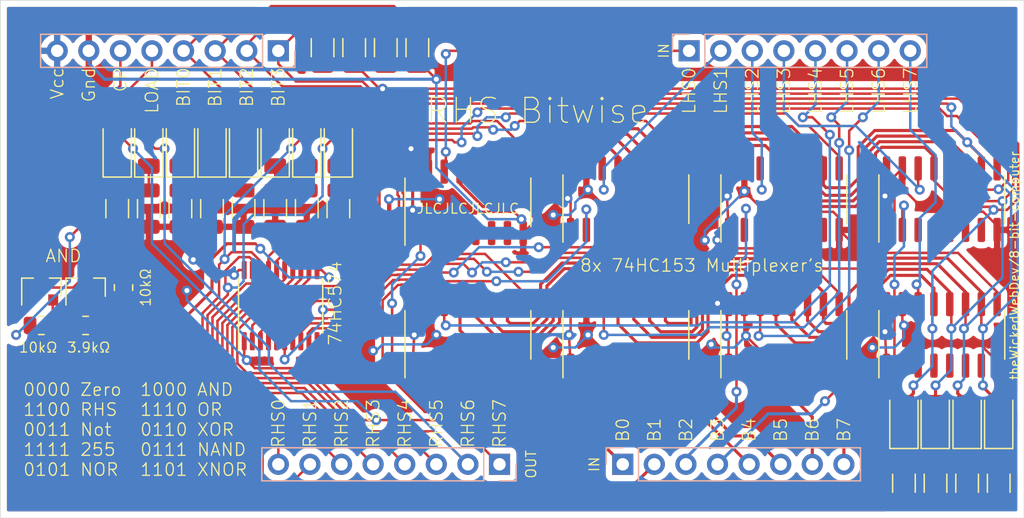
<source format=kicad_pcb>
(kicad_pcb (version 20171130) (host pcbnew "(5.1.10-1-10_14)")
  (layers (0 F.Cu signal) (31 B.Cu signal) (34 B.Paste user) (35 F.Paste user) (36 B.SilkS user) (37 F.SilkS user) (38 B.Mask user) (39 F.Mask user) (44 Edge.Cuts user))
  (net 0 "")
  (net 1 VCC)
  (net 2 GND)
  (net 3 "/RHS Bitwise/Q0")
  (net 4 "/RHS Bitwise/Q4")
  (net 5 "/RHS Bitwise/Q1")
  (net 6 "/RHS Bitwise/Q5")
  (net 7 "/RHS Bitwise/Q2")
  (net 8 "/RHS Bitwise/Q6")
  (net 9 "/RHS Bitwise/Q3")
  (net 10 "/RHS Bitwise/Q7")
  (net 11 "Net-(U27-Pad1)")
  (net 12 "Net-(U29-Pad1)")
  (net 13 "Net-(U31-Pad1)")
  (net 14 "Net-(U33-Pad1)")
  (net 15 "Net-(Q1-Pad2)")
  (net 16 "Net-(Q1-Pad3)")
  (net 17 "Net-(Q2-Pad2)")
  (net 18 "Net-(U1-Pad7)")
  (net 19 "Net-(U1-Pad6)")
  (net 20 "Net-(U1-Pad5)")
  (net 21 "Net-(U1-Pad4)")
  (net 22 "Net-(U1-Pad3)")
  (net 23 "Net-(U26-Pad7)")
  (net 24 "Net-(U26-Pad6)")
  (net 25 "Net-(U26-Pad5)")
  (net 26 "Net-(U26-Pad4)")
  (net 27 "Net-(U26-Pad3)")
  (net 28 "Net-(U40-Pad7)")
  (net 29 "Net-(U40-Pad6)")
  (net 30 "Net-(U40-Pad5)")
  (net 31 "Net-(U40-Pad4)")
  (net 32 "Net-(U40-Pad3)")
  (net 33 "Net-(U41-Pad7)")
  (net 34 "Net-(U41-Pad6)")
  (net 35 "Net-(U41-Pad5)")
  (net 36 "Net-(U41-Pad4)")
  (net 37 "Net-(U41-Pad3)")
  (net 38 "Net-(U42-Pad7)")
  (net 39 "Net-(U42-Pad6)")
  (net 40 "Net-(U42-Pad5)")
  (net 41 "Net-(U42-Pad4)")
  (net 42 "Net-(U42-Pad3)")
  (net 43 "Net-(U43-Pad7)")
  (net 44 "Net-(U43-Pad6)")
  (net 45 "Net-(U43-Pad5)")
  (net 46 "Net-(U43-Pad4)")
  (net 47 "Net-(U43-Pad3)")
  (net 48 "Net-(U44-Pad7)")
  (net 49 "Net-(U44-Pad6)")
  (net 50 "Net-(U44-Pad5)")
  (net 51 "Net-(U44-Pad4)")
  (net 52 "Net-(U44-Pad3)")
  (net 53 "Net-(U45-Pad7)")
  (net 54 "Net-(U45-Pad6)")
  (net 55 "Net-(U45-Pad5)")
  (net 56 "Net-(U45-Pad4)")
  (net 57 "Net-(U45-Pad3)")
  (net 58 CLOCK)
  (net 59 RHS_LOAD)
  (net 60 BIT0)
  (net 61 BIT1)
  (net 62 BIT2)
  (net 63 BIT3)
  (net 64 LHS7)
  (net 65 LHS6)
  (net 66 LHS5)
  (net 67 LHS4)
  (net 68 LHS3)
  (net 69 LHS2)
  (net 70 LHS1)
  (net 71 LHS0)
  (net 72 BUS7)
  (net 73 BUS6)
  (net 74 BUS5)
  (net 75 BUS4)
  (net 76 BUS3)
  (net 77 BUS2)
  (net 78 BUS1)
  (net 79 BUS0)
  (net 80 RHS0)
  (net 81 RHS1)
  (net 82 RHS2)
  (net 83 RHS3)
  (net 84 RHS4)
  (net 85 RHS5)
  (net 86 RHS6)
  (net 87 RHS7)
  (net 88 "/RHS Bitwise/LOAD")
  (net 89 "Net-(R1-Pad1)")
  (net 90 "Net-(R2-Pad1)")
  (net 91 "Net-(R3-Pad1)")
  (net 92 "Net-(R4-Pad1)")
  (net 93 "Net-(R5-Pad1)")
  (net 94 "Net-(R6-Pad1)")
  (net 95 "Net-(R7-Pad1)")
  (net 96 "Net-(R8-Pad1)")
  (module Resistor_SMD:R_1206_3216Metric (layer F.Cu) (at 177.546 72.898 90)
    (fp_text reference U38 hide)
    (fp_text value 0603WAF1001T5E)
    (pad 2 smd roundrect (at 1.4625 0 90) (size 1.125 1.75) (layers F.Cu F.Paste F.Mask) (roundrect_rratio 0.2222213333333333) (net 62 BIT2))
    (pad 1 smd roundrect (at -1.4625 0 90) (size 1.125 1.75) (layers F.Cu F.Paste F.Mask) (roundrect_rratio 0.2222213333333333) (net 1 VCC))
  )
  (module Resistor_SMD:R_1206_3216Metric (layer F.Cu) (at 175.006 72.898 90)
    (fp_text reference U37 hide)
    (fp_text value 0603WAF1001T5E)
    (pad 2 smd roundrect (at 1.4625 0 90) (size 1.125 1.75) (layers F.Cu F.Paste F.Mask) (roundrect_rratio 0.2222213333333333) (net 63 BIT3))
    (pad 1 smd roundrect (at -1.4625 0 90) (size 1.125 1.75) (layers F.Cu F.Paste F.Mask) (roundrect_rratio 0.2222213333333333) (net 1 VCC))
  )
  (module Resistor_SMD:R_1206_3216Metric (layer F.Cu) (at 182.626 72.898 270)
    (fp_text reference U36 hide)
    (fp_text value 0603WAF1001T5E)
    (pad 2 smd roundrect (at 1.4625 0 270) (size 1.125 1.75) (layers F.Cu F.Paste F.Mask) (roundrect_rratio 0.2222213333333333) (net 2 GND))
    (pad 1 smd roundrect (at -1.4625 0 270) (size 1.125 1.75) (layers F.Cu F.Paste F.Mask) (roundrect_rratio 0.2222213333333333) (net 60 BIT0))
  )
  (module Resistor_SMD:R_1206_3216Metric (layer F.Cu) (at 180.086 72.898 270)
    (fp_text reference U35 hide)
    (fp_text value 0603WAF1001T5E)
    (pad 2 smd roundrect (at 1.4625 0 270) (size 1.125 1.75) (layers F.Cu F.Paste F.Mask) (roundrect_rratio 0.2222213333333333) (net 2 GND))
    (pad 1 smd roundrect (at -1.4625 0 270) (size 1.125 1.75) (layers F.Cu F.Paste F.Mask) (roundrect_rratio 0.2222213333333333) (net 61 BIT1))
  )
  (module Resistor_SMD:R_0805_2012Metric (layer F.Cu) (at 152.4 95.25)
    (fp_text reference R11 hide)
    (fp_text value 0603WAF1002T5E)
    (pad 2 smd roundrect (at 0.9125 0) (size 1.025 1.4) (layers F.Cu F.Paste F.Mask) (roundrect_rratio 0.2439014634146341) (net 17 "Net-(Q2-Pad2)"))
    (pad 1 smd roundrect (at -0.9125 0) (size 1.025 1.4) (layers F.Cu F.Paste F.Mask) (roundrect_rratio 0.2439014634146341) (net 58 CLOCK))
  )
  (module Resistor_SMD:R_0805_2012Metric (layer F.Cu) (at 159.004 92.202 270)
    (fp_text reference R10 hide)
    (fp_text value 0603WAF1002T5E)
    (pad 2 smd roundrect (at 0.9125 0 270) (size 1.025 1.4) (layers F.Cu F.Paste F.Mask) (roundrect_rratio 0.2439014634146341) (net 15 "Net-(Q1-Pad2)"))
    (pad 1 smd roundrect (at -0.9125 0 270) (size 1.025 1.4) (layers F.Cu F.Paste F.Mask) (roundrect_rratio 0.2439014634146341) (net 59 RHS_LOAD))
  )
  (module Resistor_SMD:R_0805_2012Metric (layer F.Cu) (at 155.956 95.25)
    (fp_text reference R9 hide)
    (fp_text value 0402WGF3901TCE)
    (pad 2 smd roundrect (at 0.9125 0) (size 1.025 1.4) (layers F.Cu F.Paste F.Mask) (roundrect_rratio 0.2439014634146341) (net 2 GND))
    (pad 1 smd roundrect (at -0.9125 0) (size 1.025 1.4) (layers F.Cu F.Paste F.Mask) (roundrect_rratio 0.2439014634146341) (net 88 "/RHS Bitwise/LOAD"))
  )
  (module Resistor_SMD:R_1206_3216Metric (layer F.Cu) (at 221.742 107.95 90)
    (fp_text reference U34 hide)
    (fp_text value 0603WAF1001T5E hide)
    (pad 2 smd roundrect (at 1.4625 0 90) (size 1.125 1.75) (layers F.Cu F.Paste F.Mask) (roundrect_rratio 0.2222204444444444) (net 14 "Net-(U33-Pad1)"))
    (pad 1 smd roundrect (at -1.4625 0 90) (size 1.125 1.75) (layers F.Cu F.Paste F.Mask) (roundrect_rratio 0.2222204444444444) (net 2 GND))
  )
  (module LED_SMD:LED_1206_3216Metric (layer F.Cu) (at 221.742 102.87 90)
    (fp_text reference U33 hide)
    (fp_text value 19-217_BHC-ZL1M2RY_3T hide)
    (pad 2 smd roundrect (at 1.4 0 90) (size 1.25 1.75) (layers F.Cu F.Paste F.Mask) (roundrect_rratio 0.2) (net 63 BIT3))
    (pad 1 smd roundrect (at -1.4 0 90) (size 1.25 1.75) (layers F.Cu F.Paste F.Mask) (roundrect_rratio 0.2) (net 14 "Net-(U33-Pad1)"))
  )
  (module Resistor_SMD:R_1206_3216Metric (layer F.Cu) (at 224.282 107.95 270)
    (fp_text reference U32 hide)
    (fp_text value 0603WAF1001T5E hide)
    (pad 2 smd roundrect (at 1.4625 0 270) (size 1.125 1.75) (layers F.Cu F.Paste F.Mask) (roundrect_rratio 0.2222204444444444) (net 2 GND))
    (pad 1 smd roundrect (at -1.4625 0 270) (size 1.125 1.75) (layers F.Cu F.Paste F.Mask) (roundrect_rratio 0.2222204444444444) (net 13 "Net-(U31-Pad1)"))
  )
  (module LED_SMD:LED_1206_3216Metric (layer F.Cu) (at 224.2565 102.87 90)
    (fp_text reference U31 hide)
    (fp_text value 19-217_BHC-ZL1M2RY_3T hide)
    (pad 2 smd roundrect (at 1.4 0 90) (size 1.25 1.75) (layers F.Cu F.Paste F.Mask) (roundrect_rratio 0.2) (net 62 BIT2))
    (pad 1 smd roundrect (at -1.4 0 90) (size 1.25 1.75) (layers F.Cu F.Paste F.Mask) (roundrect_rratio 0.2) (net 13 "Net-(U31-Pad1)"))
  )
  (module Resistor_SMD:R_1206_3216Metric (layer F.Cu) (at 226.822 107.95 270)
    (fp_text reference U30 hide)
    (fp_text value 0603WAF1001T5E hide)
    (pad 2 smd roundrect (at 1.4625 0 270) (size 1.125 1.75) (layers F.Cu F.Paste F.Mask) (roundrect_rratio 0.2222204444444444) (net 2 GND))
    (pad 1 smd roundrect (at -1.4625 0 270) (size 1.125 1.75) (layers F.Cu F.Paste F.Mask) (roundrect_rratio 0.2222204444444444) (net 12 "Net-(U29-Pad1)"))
  )
  (module LED_SMD:LED_1206_3216Metric (layer F.Cu) (at 226.822 102.87 90)
    (fp_text reference U29 hide)
    (fp_text value 19-217_BHC-ZL1M2RY_3T hide)
    (pad 2 smd roundrect (at 1.4 0 90) (size 1.25 1.75) (layers F.Cu F.Paste F.Mask) (roundrect_rratio 0.2) (net 61 BIT1))
    (pad 1 smd roundrect (at -1.4 0 90) (size 1.25 1.75) (layers F.Cu F.Paste F.Mask) (roundrect_rratio 0.2) (net 12 "Net-(U29-Pad1)"))
  )
  (module Resistor_SMD:R_1206_3216Metric (layer F.Cu) (at 229.362 107.95 270)
    (fp_text reference U28 hide)
    (fp_text value 0603WAF1001T5E hide)
    (pad 2 smd roundrect (at 1.4625 0 270) (size 1.125 1.75) (layers F.Cu F.Paste F.Mask) (roundrect_rratio 0.2222204444444444) (net 2 GND))
    (pad 1 smd roundrect (at -1.4625 0 270) (size 1.125 1.75) (layers F.Cu F.Paste F.Mask) (roundrect_rratio 0.2222204444444444) (net 11 "Net-(U27-Pad1)"))
  )
  (module LED_SMD:LED_1206_3216Metric (layer F.Cu) (at 229.362 102.87 90)
    (fp_text reference U27 hide)
    (fp_text value 19-217_BHC-ZL1M2RY_3T hide)
    (pad 2 smd roundrect (at 1.4 0 90) (size 1.25 1.75) (layers F.Cu F.Paste F.Mask) (roundrect_rratio 0.2) (net 60 BIT0))
    (pad 1 smd roundrect (at -1.4 0 90) (size 1.25 1.75) (layers F.Cu F.Paste F.Mask) (roundrect_rratio 0.2) (net 11 "Net-(U27-Pad1)"))
  )
  (module LED_SMD:LED_1206_3216Metric (layer F.Cu) (at 176.276 81.026 90)
    (fp_text reference U16 hide)
    (fp_text value NCD0805R1 hide)
    (pad 2 smd roundrect (at 1.4 0 90) (size 1.25 1.75) (layers F.Cu F.Paste F.Mask) (roundrect_rratio 0.2) (net 80 RHS0))
    (pad 1 smd roundrect (at -1.4 0 90) (size 1.25 1.75) (layers F.Cu F.Paste F.Mask) (roundrect_rratio 0.2) (net 96 "Net-(R8-Pad1)"))
  )
  (module LED_SMD:LED_1206_3216Metric (layer F.Cu) (at 173.736 81.026 90)
    (fp_text reference U14 hide)
    (fp_text value NCD0805R1 hide)
    (pad 2 smd roundrect (at 1.4 0 90) (size 1.25 1.75) (layers F.Cu F.Paste F.Mask) (roundrect_rratio 0.2) (net 81 RHS1))
    (pad 1 smd roundrect (at -1.4 0 90) (size 1.25 1.75) (layers F.Cu F.Paste F.Mask) (roundrect_rratio 0.2) (net 95 "Net-(R7-Pad1)"))
  )
  (module LED_SMD:LED_1206_3216Metric (layer F.Cu) (at 171.196 81.026 90)
    (fp_text reference U12 hide)
    (fp_text value NCD0805R1 hide)
    (pad 2 smd roundrect (at 1.4 0 90) (size 1.25 1.75) (layers F.Cu F.Paste F.Mask) (roundrect_rratio 0.2) (net 82 RHS2))
    (pad 1 smd roundrect (at -1.4 0 90) (size 1.25 1.75) (layers F.Cu F.Paste F.Mask) (roundrect_rratio 0.2) (net 94 "Net-(R6-Pad1)"))
  )
  (module LED_SMD:LED_1206_3216Metric (layer F.Cu) (at 168.656 81.026 90)
    (fp_text reference U10 hide)
    (fp_text value NCD0805R1 hide)
    (pad 2 smd roundrect (at 1.4 0 90) (size 1.25 1.75) (layers F.Cu F.Paste F.Mask) (roundrect_rratio 0.2) (net 83 RHS3))
    (pad 1 smd roundrect (at -1.4 0 90) (size 1.25 1.75) (layers F.Cu F.Paste F.Mask) (roundrect_rratio 0.2) (net 93 "Net-(R5-Pad1)"))
  )
  (module LED_SMD:LED_1206_3216Metric (layer F.Cu) (at 166.116 81.026 90)
    (fp_text reference U8 hide)
    (fp_text value NCD0805R1 hide)
    (pad 2 smd roundrect (at 1.4 0 90) (size 1.25 1.75) (layers F.Cu F.Paste F.Mask) (roundrect_rratio 0.2) (net 84 RHS4))
    (pad 1 smd roundrect (at -1.4 0 90) (size 1.25 1.75) (layers F.Cu F.Paste F.Mask) (roundrect_rratio 0.2) (net 92 "Net-(R4-Pad1)"))
  )
  (module LED_SMD:LED_1206_3216Metric (layer F.Cu) (at 163.576 81.026 90)
    (fp_text reference U6 hide)
    (fp_text value NCD0805R1 hide)
    (pad 2 smd roundrect (at 1.4 0 90) (size 1.25 1.75) (layers F.Cu F.Paste F.Mask) (roundrect_rratio 0.2) (net 85 RHS5))
    (pad 1 smd roundrect (at -1.4 0 90) (size 1.25 1.75) (layers F.Cu F.Paste F.Mask) (roundrect_rratio 0.2) (net 91 "Net-(R3-Pad1)"))
  )
  (module LED_SMD:LED_1206_3216Metric (layer F.Cu) (at 161.036 81.026 90)
    (fp_text reference U4 hide)
    (fp_text value NCD0805R1 hide)
    (pad 2 smd roundrect (at 1.4 0 90) (size 1.25 1.75) (layers F.Cu F.Paste F.Mask) (roundrect_rratio 0.2) (net 86 RHS6))
    (pad 1 smd roundrect (at -1.4 0 90) (size 1.25 1.75) (layers F.Cu F.Paste F.Mask) (roundrect_rratio 0.2) (net 90 "Net-(R2-Pad1)"))
  )
  (module LED_SMD:LED_1206_3216Metric (layer F.Cu) (at 158.496 81.026 90)
    (fp_text reference U2 hide)
    (fp_text value NCD0805R1 hide)
    (pad 2 smd roundrect (at 1.4 0 90) (size 1.25 1.75) (layers F.Cu F.Paste F.Mask) (roundrect_rratio 0.2) (net 87 RHS7))
    (pad 1 smd roundrect (at -1.4 0 90) (size 1.25 1.75) (layers F.Cu F.Paste F.Mask) (roundrect_rratio 0.2) (net 89 "Net-(R1-Pad1)"))
  )
  (module Resistor_SMD:R_1206_3216Metric (layer F.Cu) (at 176.276 85.852 270)
    (fp_text reference R8 hide)
    (fp_text value 0402WGF1001TCE hide)
    (pad 2 smd roundrect (at 1.4625 0 270) (size 1.125 1.75) (layers F.Cu F.Paste F.Mask) (roundrect_rratio 0.2222204444444444) (net 2 GND))
    (pad 1 smd roundrect (at -1.4625 0 270) (size 1.125 1.75) (layers F.Cu F.Paste F.Mask) (roundrect_rratio 0.2222204444444444) (net 96 "Net-(R8-Pad1)"))
  )
  (module Resistor_SMD:R_1206_3216Metric (layer F.Cu) (at 173.736 85.852 270)
    (fp_text reference R7 hide)
    (fp_text value 0402WGF1001TCE hide)
    (pad 2 smd roundrect (at 1.4625 0 270) (size 1.125 1.75) (layers F.Cu F.Paste F.Mask) (roundrect_rratio 0.2222204444444444) (net 2 GND))
    (pad 1 smd roundrect (at -1.4625 0 270) (size 1.125 1.75) (layers F.Cu F.Paste F.Mask) (roundrect_rratio 0.2222204444444444) (net 95 "Net-(R7-Pad1)"))
  )
  (module Resistor_SMD:R_1206_3216Metric (layer F.Cu) (at 171.196 85.852 270)
    (fp_text reference R6 hide)
    (fp_text value 0402WGF1001TCE hide)
    (pad 2 smd roundrect (at 1.4625 0 270) (size 1.125 1.75) (layers F.Cu F.Paste F.Mask) (roundrect_rratio 0.2222204444444444) (net 2 GND))
    (pad 1 smd roundrect (at -1.4625 0 270) (size 1.125 1.75) (layers F.Cu F.Paste F.Mask) (roundrect_rratio 0.2222204444444444) (net 94 "Net-(R6-Pad1)"))
  )
  (module Resistor_SMD:R_1206_3216Metric (layer F.Cu) (at 168.656 85.852 270)
    (fp_text reference R5 hide)
    (fp_text value 0402WGF1001TCE hide)
    (pad 2 smd roundrect (at 1.4625 0 270) (size 1.125 1.75) (layers F.Cu F.Paste F.Mask) (roundrect_rratio 0.2222204444444444) (net 2 GND))
    (pad 1 smd roundrect (at -1.4625 0 270) (size 1.125 1.75) (layers F.Cu F.Paste F.Mask) (roundrect_rratio 0.2222204444444444) (net 93 "Net-(R5-Pad1)"))
  )
  (module Resistor_SMD:R_1206_3216Metric (layer F.Cu) (at 166.116 85.852 270)
    (fp_text reference R4 hide)
    (fp_text value 0402WGF1001TCE hide)
    (pad 2 smd roundrect (at 1.4625 0 270) (size 1.125 1.75) (layers F.Cu F.Paste F.Mask) (roundrect_rratio 0.2222204444444444) (net 2 GND))
    (pad 1 smd roundrect (at -1.4625 0 270) (size 1.125 1.75) (layers F.Cu F.Paste F.Mask) (roundrect_rratio 0.2222204444444444) (net 92 "Net-(R4-Pad1)"))
  )
  (module Resistor_SMD:R_1206_3216Metric (layer F.Cu) (at 163.576 85.852 270)
    (fp_text reference R3 hide)
    (fp_text value 0402WGF1001TCE hide)
    (pad 2 smd roundrect (at 1.4625 0 270) (size 1.125 1.75) (layers F.Cu F.Paste F.Mask) (roundrect_rratio 0.2222204444444444) (net 2 GND))
    (pad 1 smd roundrect (at -1.4625 0 270) (size 1.125 1.75) (layers F.Cu F.Paste F.Mask) (roundrect_rratio 0.2222204444444444) (net 91 "Net-(R3-Pad1)"))
  )
  (module Resistor_SMD:R_1206_3216Metric (layer F.Cu) (at 161.036 85.852 270)
    (fp_text reference R2 hide)
    (fp_text value 0402WGF1001TCE hide)
    (pad 2 smd roundrect (at 1.4625 0 270) (size 1.125 1.75) (layers F.Cu F.Paste F.Mask) (roundrect_rratio 0.2222204444444444) (net 2 GND))
    (pad 1 smd roundrect (at -1.4625 0 270) (size 1.125 1.75) (layers F.Cu F.Paste F.Mask) (roundrect_rratio 0.2222204444444444) (net 90 "Net-(R2-Pad1)"))
  )
  (module Resistor_SMD:R_1206_3216Metric (layer F.Cu) (at 158.496 85.852 270)
    (fp_text reference R1 hide)
    (fp_text value 0402WGF1001TCE hide)
    (pad 2 smd roundrect (at 1.4625 0 270) (size 1.125 1.75) (layers F.Cu F.Paste F.Mask) (roundrect_rratio 0.2222204444444444) (net 2 GND))
    (pad 1 smd roundrect (at -1.4625 0 270) (size 1.125 1.75) (layers F.Cu F.Paste F.Mask) (roundrect_rratio 0.2222204444444444) (net 89 "Net-(R1-Pad1)"))
  )
  (module Package_SO:TSSOP-20_4.4x6.5mm_P0.65mm (layer F.Cu) (at 171.633 93.6575 90)
    (fp_text reference U46 hide)
    (fp_text value 74HC574PW,118 hide)
    (pad 20 smd roundrect (at 2.8625 -2.925 90) (size 1.475 0.4) (layers F.Cu F.Paste F.Mask) (net 1 VCC))
    (pad 19 smd roundrect (at 2.8625 -2.275 90) (size 1.475 0.4) (layers F.Cu F.Paste F.Mask) (net 80 RHS0))
    (pad 18 smd roundrect (at 2.8625 -1.625 90) (size 1.475 0.4) (layers F.Cu F.Paste F.Mask) (net 81 RHS1))
    (pad 17 smd roundrect (at 2.8625 -0.975 90) (size 1.475 0.4) (layers F.Cu F.Paste F.Mask) (net 82 RHS2))
    (pad 16 smd roundrect (at 2.8625 -0.325 90) (size 1.475 0.4) (layers F.Cu F.Paste F.Mask) (net 83 RHS3))
    (pad 15 smd roundrect (at 2.8625 0.325 90) (size 1.475 0.4) (layers F.Cu F.Paste F.Mask) (net 84 RHS4))
    (pad 14 smd roundrect (at 2.8625 0.975 90) (size 1.475 0.4) (layers F.Cu F.Paste F.Mask) (net 85 RHS5))
    (pad 13 smd roundrect (at 2.8625 1.625 90) (size 1.475 0.4) (layers F.Cu F.Paste F.Mask) (net 86 RHS6))
    (pad 12 smd roundrect (at 2.8625 2.275 90) (size 1.475 0.4) (layers F.Cu F.Paste F.Mask) (net 87 RHS7))
    (pad 11 smd roundrect (at 2.8625 2.925 90) (size 1.475 0.4) (layers F.Cu F.Paste F.Mask) (net 88 "/RHS Bitwise/LOAD"))
    (pad 10 smd roundrect (at -2.8625 2.925 90) (size 1.475 0.4) (layers F.Cu F.Paste F.Mask) (net 2 GND))
    (pad 9 smd roundrect (at -2.8625 2.275 90) (size 1.475 0.4) (layers F.Cu F.Paste F.Mask) (net 10 "/RHS Bitwise/Q7"))
    (pad 8 smd roundrect (at -2.8625 1.625 90) (size 1.475 0.4) (layers F.Cu F.Paste F.Mask) (net 8 "/RHS Bitwise/Q6"))
    (pad 7 smd roundrect (at -2.8625 0.975 90) (size 1.475 0.4) (layers F.Cu F.Paste F.Mask) (net 6 "/RHS Bitwise/Q5"))
    (pad 6 smd roundrect (at -2.8625 0.325 90) (size 1.475 0.4) (layers F.Cu F.Paste F.Mask) (net 4 "/RHS Bitwise/Q4"))
    (pad 5 smd roundrect (at -2.8625 -0.325 90) (size 1.475 0.4) (layers F.Cu F.Paste F.Mask) (net 9 "/RHS Bitwise/Q3"))
    (pad 4 smd roundrect (at -2.8625 -0.975 90) (size 1.475 0.4) (layers F.Cu F.Paste F.Mask) (net 7 "/RHS Bitwise/Q2"))
    (pad 3 smd roundrect (at -2.8625 -1.625 90) (size 1.475 0.4) (layers F.Cu F.Paste F.Mask) (net 5 "/RHS Bitwise/Q1"))
    (pad 2 smd roundrect (at -2.8625 -2.275 90) (size 1.475 0.4) (layers F.Cu F.Paste F.Mask) (net 3 "/RHS Bitwise/Q0"))
    (pad 1 smd roundrect (at -2.8625 -2.925 90) (size 1.475 0.4) (layers F.Cu F.Paste F.Mask) (net 2 GND))
  )
  (module Connector_PinHeader_2.54mm:PinHeader_1x08_P2.54mm_Vertical (layer B.Cu) (at 189.23 106.426 90)
    (fp_text reference J4 hide)
    (fp_text value Conn_01x08 hide)
    (pad 1 thru_hole rect (at 0 0 90) (size 1.7 1.7) (drill 1) (layers *.Cu *.Mask) (net 87 RHS7))
    (pad 2 thru_hole oval (at 0 -2.54 90) (size 1.7 1.7) (drill 1) (layers *.Cu *.Mask) (net 86 RHS6))
    (pad 3 thru_hole oval (at 0 -5.08 90) (size 1.7 1.7) (drill 1) (layers *.Cu *.Mask) (net 85 RHS5))
    (pad 4 thru_hole oval (at 0 -7.62 90) (size 1.7 1.7) (drill 1) (layers *.Cu *.Mask) (net 84 RHS4))
    (pad 5 thru_hole oval (at 0 -10.16 90) (size 1.7 1.7) (drill 1) (layers *.Cu *.Mask) (net 83 RHS3))
    (pad 6 thru_hole oval (at 0 -12.7 90) (size 1.7 1.7) (drill 1) (layers *.Cu *.Mask) (net 82 RHS2))
    (pad 7 thru_hole oval (at 0 -15.24 90) (size 1.7 1.7) (drill 1) (layers *.Cu *.Mask) (net 81 RHS1))
    (pad 8 thru_hole oval (at 0 -17.78 90) (size 1.7 1.7) (drill 1) (layers *.Cu *.Mask) (net 80 RHS0))
  )
  (module Package_TO_SOT_SMD:SOT-23 (layer F.Cu) (at 152.4 92.202 90)
    (fp_text reference Q2 hide)
    (fp_text value 2N3904S-RTK_PS hide)
    (pad 3 smd rect (at 1 0 90) (size 0.9 0.8) (layers F.Cu F.Paste F.Mask) (net 1 VCC))
    (pad 2 smd rect (at -1 0.95 90) (size 0.9 0.8) (layers F.Cu F.Paste F.Mask) (net 17 "Net-(Q2-Pad2)"))
    (pad 1 smd rect (at -1 -0.95 90) (size 0.9 0.8) (layers F.Cu F.Paste F.Mask) (net 16 "Net-(Q1-Pad3)"))
  )
  (module Package_TO_SOT_SMD:SOT-23 (layer F.Cu) (at 155.956 92.202 90)
    (fp_text reference Q1 hide)
    (fp_text value 2N3904S-RTK_PS hide)
    (pad 3 smd rect (at 1 0 90) (size 0.9 0.8) (layers F.Cu F.Paste F.Mask) (net 16 "Net-(Q1-Pad3)"))
    (pad 2 smd rect (at -1 0.95 90) (size 0.9 0.8) (layers F.Cu F.Paste F.Mask) (net 15 "Net-(Q1-Pad2)"))
    (pad 1 smd rect (at -1 -0.95 90) (size 0.9 0.8) (layers F.Cu F.Paste F.Mask) (net 88 "/RHS Bitwise/LOAD"))
  )
  (module Package_SO:SOIC-16_3.9x9.9mm_P1.27mm (layer F.Cu) (at 224.79 96.012 90)
    (fp_text reference U45 hide)
    (fp_text value 74HC153D,653 hide)
    (pad 16 smd roundrect (at 2.475 -4.445 90) (size 1.95 0.6) (layers F.Cu F.Paste F.Mask) (net 1 VCC))
    (pad 15 smd roundrect (at 2.475 -3.175 90) (size 1.95 0.6) (layers F.Cu F.Paste F.Mask) (net 2 GND))
    (pad 14 smd roundrect (at 2.475 -1.905 90) (size 1.95 0.6) (layers F.Cu F.Paste F.Mask) (net 64 LHS7))
    (pad 13 smd roundrect (at 2.475 -0.635 90) (size 1.95 0.6) (layers F.Cu F.Paste F.Mask) (net 63 BIT3))
    (pad 12 smd roundrect (at 2.475 0.635 90) (size 1.95 0.6) (layers F.Cu F.Paste F.Mask) (net 62 BIT2))
    (pad 11 smd roundrect (at 2.475 1.905 90) (size 1.95 0.6) (layers F.Cu F.Paste F.Mask) (net 61 BIT1))
    (pad 10 smd roundrect (at 2.475 3.175 90) (size 1.95 0.6) (layers F.Cu F.Paste F.Mask) (net 60 BIT0))
    (pad 9 smd roundrect (at 2.475 4.445 90) (size 1.95 0.6) (layers F.Cu F.Paste F.Mask) (net 10 "/RHS Bitwise/Q7"))
    (pad 8 smd roundrect (at -2.475 4.445 90) (size 1.95 0.6) (layers F.Cu F.Paste F.Mask) (net 2 GND))
    (pad 7 smd roundrect (at -2.475 3.175 90) (size 1.95 0.6) (layers F.Cu F.Paste F.Mask) (net 53 "Net-(U45-Pad7)"))
    (pad 6 smd roundrect (at -2.475 1.905 90) (size 1.95 0.6) (layers F.Cu F.Paste F.Mask) (net 54 "Net-(U45-Pad6)"))
    (pad 5 smd roundrect (at -2.475 0.635 90) (size 1.95 0.6) (layers F.Cu F.Paste F.Mask) (net 55 "Net-(U45-Pad5)"))
    (pad 4 smd roundrect (at -2.475 -0.635 90) (size 1.95 0.6) (layers F.Cu F.Paste F.Mask) (net 56 "Net-(U45-Pad4)"))
    (pad 3 smd roundrect (at -2.475 -1.905 90) (size 1.95 0.6) (layers F.Cu F.Paste F.Mask) (net 57 "Net-(U45-Pad3)"))
    (pad 2 smd roundrect (at -2.475 -3.175 90) (size 1.95 0.6) (layers F.Cu F.Paste F.Mask) (net 72 BUS7))
    (pad 1 smd roundrect (at -2.475 -4.445 90) (size 1.95 0.6) (layers F.Cu F.Paste F.Mask) (net 1 VCC))
  )
  (module Package_SO:SOIC-16_3.9x9.9mm_P1.27mm (layer F.Cu) (at 224.79 85.09 90)
    (fp_text reference U44 hide)
    (fp_text value 74HC153D,653 hide)
    (pad 16 smd roundrect (at 2.475 -4.445 90) (size 1.95 0.6) (layers F.Cu F.Paste F.Mask) (net 1 VCC))
    (pad 15 smd roundrect (at 2.475 -3.175 90) (size 1.95 0.6) (layers F.Cu F.Paste F.Mask) (net 2 GND))
    (pad 14 smd roundrect (at 2.475 -1.905 90) (size 1.95 0.6) (layers F.Cu F.Paste F.Mask) (net 68 LHS3))
    (pad 13 smd roundrect (at 2.475 -0.635 90) (size 1.95 0.6) (layers F.Cu F.Paste F.Mask) (net 63 BIT3))
    (pad 12 smd roundrect (at 2.475 0.635 90) (size 1.95 0.6) (layers F.Cu F.Paste F.Mask) (net 62 BIT2))
    (pad 11 smd roundrect (at 2.475 1.905 90) (size 1.95 0.6) (layers F.Cu F.Paste F.Mask) (net 61 BIT1))
    (pad 10 smd roundrect (at 2.475 3.175 90) (size 1.95 0.6) (layers F.Cu F.Paste F.Mask) (net 60 BIT0))
    (pad 9 smd roundrect (at 2.475 4.445 90) (size 1.95 0.6) (layers F.Cu F.Paste F.Mask) (net 9 "/RHS Bitwise/Q3"))
    (pad 8 smd roundrect (at -2.475 4.445 90) (size 1.95 0.6) (layers F.Cu F.Paste F.Mask) (net 2 GND))
    (pad 7 smd roundrect (at -2.475 3.175 90) (size 1.95 0.6) (layers F.Cu F.Paste F.Mask) (net 48 "Net-(U44-Pad7)"))
    (pad 6 smd roundrect (at -2.475 1.905 90) (size 1.95 0.6) (layers F.Cu F.Paste F.Mask) (net 49 "Net-(U44-Pad6)"))
    (pad 5 smd roundrect (at -2.475 0.635 90) (size 1.95 0.6) (layers F.Cu F.Paste F.Mask) (net 50 "Net-(U44-Pad5)"))
    (pad 4 smd roundrect (at -2.475 -0.635 90) (size 1.95 0.6) (layers F.Cu F.Paste F.Mask) (net 51 "Net-(U44-Pad4)"))
    (pad 3 smd roundrect (at -2.475 -1.905 90) (size 1.95 0.6) (layers F.Cu F.Paste F.Mask) (net 52 "Net-(U44-Pad3)"))
    (pad 2 smd roundrect (at -2.475 -3.175 90) (size 1.95 0.6) (layers F.Cu F.Paste F.Mask) (net 76 BUS3))
    (pad 1 smd roundrect (at -2.475 -4.445 90) (size 1.95 0.6) (layers F.Cu F.Paste F.Mask) (net 1 VCC))
  )
  (module Package_SO:SOIC-16_3.9x9.9mm_P1.27mm (layer F.Cu) (at 212.09 96.012 90)
    (fp_text reference U43 hide)
    (fp_text value 74HC153D,653 hide)
    (pad 16 smd roundrect (at 2.475 -4.445 90) (size 1.95 0.6) (layers F.Cu F.Paste F.Mask) (net 1 VCC))
    (pad 15 smd roundrect (at 2.475 -3.175 90) (size 1.95 0.6) (layers F.Cu F.Paste F.Mask) (net 2 GND))
    (pad 14 smd roundrect (at 2.475 -1.905 90) (size 1.95 0.6) (layers F.Cu F.Paste F.Mask) (net 65 LHS6))
    (pad 13 smd roundrect (at 2.475 -0.635 90) (size 1.95 0.6) (layers F.Cu F.Paste F.Mask) (net 63 BIT3))
    (pad 12 smd roundrect (at 2.475 0.635 90) (size 1.95 0.6) (layers F.Cu F.Paste F.Mask) (net 62 BIT2))
    (pad 11 smd roundrect (at 2.475 1.905 90) (size 1.95 0.6) (layers F.Cu F.Paste F.Mask) (net 61 BIT1))
    (pad 10 smd roundrect (at 2.475 3.175 90) (size 1.95 0.6) (layers F.Cu F.Paste F.Mask) (net 60 BIT0))
    (pad 9 smd roundrect (at 2.475 4.445 90) (size 1.95 0.6) (layers F.Cu F.Paste F.Mask) (net 8 "/RHS Bitwise/Q6"))
    (pad 8 smd roundrect (at -2.475 4.445 90) (size 1.95 0.6) (layers F.Cu F.Paste F.Mask) (net 2 GND))
    (pad 7 smd roundrect (at -2.475 3.175 90) (size 1.95 0.6) (layers F.Cu F.Paste F.Mask) (net 43 "Net-(U43-Pad7)"))
    (pad 6 smd roundrect (at -2.475 1.905 90) (size 1.95 0.6) (layers F.Cu F.Paste F.Mask) (net 44 "Net-(U43-Pad6)"))
    (pad 5 smd roundrect (at -2.475 0.635 90) (size 1.95 0.6) (layers F.Cu F.Paste F.Mask) (net 45 "Net-(U43-Pad5)"))
    (pad 4 smd roundrect (at -2.475 -0.635 90) (size 1.95 0.6) (layers F.Cu F.Paste F.Mask) (net 46 "Net-(U43-Pad4)"))
    (pad 3 smd roundrect (at -2.475 -1.905 90) (size 1.95 0.6) (layers F.Cu F.Paste F.Mask) (net 47 "Net-(U43-Pad3)"))
    (pad 2 smd roundrect (at -2.475 -3.175 90) (size 1.95 0.6) (layers F.Cu F.Paste F.Mask) (net 73 BUS6))
    (pad 1 smd roundrect (at -2.475 -4.445 90) (size 1.95 0.6) (layers F.Cu F.Paste F.Mask) (net 1 VCC))
  )
  (module Package_SO:SOIC-16_3.9x9.9mm_P1.27mm (layer F.Cu) (at 212.09 85.09 90)
    (fp_text reference U42 hide)
    (fp_text value 74HC153D,653 hide)
    (pad 16 smd roundrect (at 2.475 -4.445 90) (size 1.95 0.6) (layers F.Cu F.Paste F.Mask) (net 1 VCC))
    (pad 15 smd roundrect (at 2.475 -3.175 90) (size 1.95 0.6) (layers F.Cu F.Paste F.Mask) (net 2 GND))
    (pad 14 smd roundrect (at 2.475 -1.905 90) (size 1.95 0.6) (layers F.Cu F.Paste F.Mask) (net 69 LHS2))
    (pad 13 smd roundrect (at 2.475 -0.635 90) (size 1.95 0.6) (layers F.Cu F.Paste F.Mask) (net 63 BIT3))
    (pad 12 smd roundrect (at 2.475 0.635 90) (size 1.95 0.6) (layers F.Cu F.Paste F.Mask) (net 62 BIT2))
    (pad 11 smd roundrect (at 2.475 1.905 90) (size 1.95 0.6) (layers F.Cu F.Paste F.Mask) (net 61 BIT1))
    (pad 10 smd roundrect (at 2.475 3.175 90) (size 1.95 0.6) (layers F.Cu F.Paste F.Mask) (net 60 BIT0))
    (pad 9 smd roundrect (at 2.475 4.445 90) (size 1.95 0.6) (layers F.Cu F.Paste F.Mask) (net 7 "/RHS Bitwise/Q2"))
    (pad 8 smd roundrect (at -2.475 4.445 90) (size 1.95 0.6) (layers F.Cu F.Paste F.Mask) (net 2 GND))
    (pad 7 smd roundrect (at -2.475 3.175 90) (size 1.95 0.6) (layers F.Cu F.Paste F.Mask) (net 38 "Net-(U42-Pad7)"))
    (pad 6 smd roundrect (at -2.475 1.905 90) (size 1.95 0.6) (layers F.Cu F.Paste F.Mask) (net 39 "Net-(U42-Pad6)"))
    (pad 5 smd roundrect (at -2.475 0.635 90) (size 1.95 0.6) (layers F.Cu F.Paste F.Mask) (net 40 "Net-(U42-Pad5)"))
    (pad 4 smd roundrect (at -2.475 -0.635 90) (size 1.95 0.6) (layers F.Cu F.Paste F.Mask) (net 41 "Net-(U42-Pad4)"))
    (pad 3 smd roundrect (at -2.475 -1.905 90) (size 1.95 0.6) (layers F.Cu F.Paste F.Mask) (net 42 "Net-(U42-Pad3)"))
    (pad 2 smd roundrect (at -2.475 -3.175 90) (size 1.95 0.6) (layers F.Cu F.Paste F.Mask) (net 77 BUS2))
    (pad 1 smd roundrect (at -2.475 -4.445 90) (size 1.95 0.6) (layers F.Cu F.Paste F.Mask) (net 1 VCC))
  )
  (module Package_SO:SOIC-16_3.9x9.9mm_P1.27mm (layer F.Cu) (at 199.39 96.012 90)
    (fp_text reference U41 hide)
    (fp_text value 74HC153D,653 hide)
    (pad 16 smd roundrect (at 2.475 -4.445 90) (size 1.95 0.6) (layers F.Cu F.Paste F.Mask) (net 1 VCC))
    (pad 15 smd roundrect (at 2.475 -3.175 90) (size 1.95 0.6) (layers F.Cu F.Paste F.Mask) (net 2 GND))
    (pad 14 smd roundrect (at 2.475 -1.905 90) (size 1.95 0.6) (layers F.Cu F.Paste F.Mask) (net 66 LHS5))
    (pad 13 smd roundrect (at 2.475 -0.635 90) (size 1.95 0.6) (layers F.Cu F.Paste F.Mask) (net 63 BIT3))
    (pad 12 smd roundrect (at 2.475 0.635 90) (size 1.95 0.6) (layers F.Cu F.Paste F.Mask) (net 62 BIT2))
    (pad 11 smd roundrect (at 2.475 1.905 90) (size 1.95 0.6) (layers F.Cu F.Paste F.Mask) (net 61 BIT1))
    (pad 10 smd roundrect (at 2.475 3.175 90) (size 1.95 0.6) (layers F.Cu F.Paste F.Mask) (net 60 BIT0))
    (pad 9 smd roundrect (at 2.475 4.445 90) (size 1.95 0.6) (layers F.Cu F.Paste F.Mask) (net 6 "/RHS Bitwise/Q5"))
    (pad 8 smd roundrect (at -2.475 4.445 90) (size 1.95 0.6) (layers F.Cu F.Paste F.Mask) (net 2 GND))
    (pad 7 smd roundrect (at -2.475 3.175 90) (size 1.95 0.6) (layers F.Cu F.Paste F.Mask) (net 33 "Net-(U41-Pad7)"))
    (pad 6 smd roundrect (at -2.475 1.905 90) (size 1.95 0.6) (layers F.Cu F.Paste F.Mask) (net 34 "Net-(U41-Pad6)"))
    (pad 5 smd roundrect (at -2.475 0.635 90) (size 1.95 0.6) (layers F.Cu F.Paste F.Mask) (net 35 "Net-(U41-Pad5)"))
    (pad 4 smd roundrect (at -2.475 -0.635 90) (size 1.95 0.6) (layers F.Cu F.Paste F.Mask) (net 36 "Net-(U41-Pad4)"))
    (pad 3 smd roundrect (at -2.475 -1.905 90) (size 1.95 0.6) (layers F.Cu F.Paste F.Mask) (net 37 "Net-(U41-Pad3)"))
    (pad 2 smd roundrect (at -2.475 -3.175 90) (size 1.95 0.6) (layers F.Cu F.Paste F.Mask) (net 74 BUS5))
    (pad 1 smd roundrect (at -2.475 -4.445 90) (size 1.95 0.6) (layers F.Cu F.Paste F.Mask) (net 1 VCC))
  )
  (module Package_SO:SOIC-16_3.9x9.9mm_P1.27mm (layer F.Cu) (at 199.39 85.09 90)
    (fp_text reference U40 hide)
    (fp_text value 74HC153D,653 hide)
    (pad 16 smd roundrect (at 2.475 -4.445 90) (size 1.95 0.6) (layers F.Cu F.Paste F.Mask) (net 1 VCC))
    (pad 15 smd roundrect (at 2.475 -3.175 90) (size 1.95 0.6) (layers F.Cu F.Paste F.Mask) (net 2 GND))
    (pad 14 smd roundrect (at 2.475 -1.905 90) (size 1.95 0.6) (layers F.Cu F.Paste F.Mask) (net 70 LHS1))
    (pad 13 smd roundrect (at 2.475 -0.635 90) (size 1.95 0.6) (layers F.Cu F.Paste F.Mask) (net 63 BIT3))
    (pad 12 smd roundrect (at 2.475 0.635 90) (size 1.95 0.6) (layers F.Cu F.Paste F.Mask) (net 62 BIT2))
    (pad 11 smd roundrect (at 2.475 1.905 90) (size 1.95 0.6) (layers F.Cu F.Paste F.Mask) (net 61 BIT1))
    (pad 10 smd roundrect (at 2.475 3.175 90) (size 1.95 0.6) (layers F.Cu F.Paste F.Mask) (net 60 BIT0))
    (pad 9 smd roundrect (at 2.475 4.445 90) (size 1.95 0.6) (layers F.Cu F.Paste F.Mask) (net 5 "/RHS Bitwise/Q1"))
    (pad 8 smd roundrect (at -2.475 4.445 90) (size 1.95 0.6) (layers F.Cu F.Paste F.Mask) (net 2 GND))
    (pad 7 smd roundrect (at -2.475 3.175 90) (size 1.95 0.6) (layers F.Cu F.Paste F.Mask) (net 28 "Net-(U40-Pad7)"))
    (pad 6 smd roundrect (at -2.475 1.905 90) (size 1.95 0.6) (layers F.Cu F.Paste F.Mask) (net 29 "Net-(U40-Pad6)"))
    (pad 5 smd roundrect (at -2.475 0.635 90) (size 1.95 0.6) (layers F.Cu F.Paste F.Mask) (net 30 "Net-(U40-Pad5)"))
    (pad 4 smd roundrect (at -2.475 -0.635 90) (size 1.95 0.6) (layers F.Cu F.Paste F.Mask) (net 31 "Net-(U40-Pad4)"))
    (pad 3 smd roundrect (at -2.475 -1.905 90) (size 1.95 0.6) (layers F.Cu F.Paste F.Mask) (net 32 "Net-(U40-Pad3)"))
    (pad 2 smd roundrect (at -2.475 -3.175 90) (size 1.95 0.6) (layers F.Cu F.Paste F.Mask) (net 78 BUS1))
    (pad 1 smd roundrect (at -2.475 -4.445 90) (size 1.95 0.6) (layers F.Cu F.Paste F.Mask) (net 1 VCC))
  )
  (module Package_SO:SOIC-16_3.9x9.9mm_P1.27mm (layer F.Cu) (at 186.69 96.012 90)
    (fp_text reference U26 hide)
    (fp_text value 74HC153D,653 hide)
    (pad 16 smd roundrect (at 2.475 -4.445 90) (size 1.95 0.6) (layers F.Cu F.Paste F.Mask) (net 1 VCC))
    (pad 15 smd roundrect (at 2.475 -3.175 90) (size 1.95 0.6) (layers F.Cu F.Paste F.Mask) (net 2 GND))
    (pad 14 smd roundrect (at 2.475 -1.905 90) (size 1.95 0.6) (layers F.Cu F.Paste F.Mask) (net 67 LHS4))
    (pad 13 smd roundrect (at 2.475 -0.635 90) (size 1.95 0.6) (layers F.Cu F.Paste F.Mask) (net 63 BIT3))
    (pad 12 smd roundrect (at 2.475 0.635 90) (size 1.95 0.6) (layers F.Cu F.Paste F.Mask) (net 62 BIT2))
    (pad 11 smd roundrect (at 2.475 1.905 90) (size 1.95 0.6) (layers F.Cu F.Paste F.Mask) (net 61 BIT1))
    (pad 10 smd roundrect (at 2.475 3.175 90) (size 1.95 0.6) (layers F.Cu F.Paste F.Mask) (net 60 BIT0))
    (pad 9 smd roundrect (at 2.475 4.445 90) (size 1.95 0.6) (layers F.Cu F.Paste F.Mask) (net 4 "/RHS Bitwise/Q4"))
    (pad 8 smd roundrect (at -2.475 4.445 90) (size 1.95 0.6) (layers F.Cu F.Paste F.Mask) (net 2 GND))
    (pad 7 smd roundrect (at -2.475 3.175 90) (size 1.95 0.6) (layers F.Cu F.Paste F.Mask) (net 23 "Net-(U26-Pad7)"))
    (pad 6 smd roundrect (at -2.475 1.905 90) (size 1.95 0.6) (layers F.Cu F.Paste F.Mask) (net 24 "Net-(U26-Pad6)"))
    (pad 5 smd roundrect (at -2.475 0.635 90) (size 1.95 0.6) (layers F.Cu F.Paste F.Mask) (net 25 "Net-(U26-Pad5)"))
    (pad 4 smd roundrect (at -2.475 -0.635 90) (size 1.95 0.6) (layers F.Cu F.Paste F.Mask) (net 26 "Net-(U26-Pad4)"))
    (pad 3 smd roundrect (at -2.475 -1.905 90) (size 1.95 0.6) (layers F.Cu F.Paste F.Mask) (net 27 "Net-(U26-Pad3)"))
    (pad 2 smd roundrect (at -2.475 -3.175 90) (size 1.95 0.6) (layers F.Cu F.Paste F.Mask) (net 75 BUS4))
    (pad 1 smd roundrect (at -2.475 -4.445 90) (size 1.95 0.6) (layers F.Cu F.Paste F.Mask) (net 1 VCC))
  )
  (module Package_SO:SOIC-16_3.9x9.9mm_P1.27mm (layer F.Cu) (at 186.69 85.344 90)
    (fp_text reference U1 hide)
    (fp_text value 74HC153D,653 hide)
    (pad 16 smd roundrect (at 2.475 -4.445 90) (size 1.95 0.6) (layers F.Cu F.Paste F.Mask) (net 1 VCC))
    (pad 15 smd roundrect (at 2.475 -3.175 90) (size 1.95 0.6) (layers F.Cu F.Paste F.Mask) (net 2 GND))
    (pad 14 smd roundrect (at 2.475 -1.905 90) (size 1.95 0.6) (layers F.Cu F.Paste F.Mask) (net 71 LHS0))
    (pad 13 smd roundrect (at 2.475 -0.635 90) (size 1.95 0.6) (layers F.Cu F.Paste F.Mask) (net 63 BIT3))
    (pad 12 smd roundrect (at 2.475 0.635 90) (size 1.95 0.6) (layers F.Cu F.Paste F.Mask) (net 62 BIT2))
    (pad 11 smd roundrect (at 2.475 1.905 90) (size 1.95 0.6) (layers F.Cu F.Paste F.Mask) (net 61 BIT1))
    (pad 10 smd roundrect (at 2.475 3.175 90) (size 1.95 0.6) (layers F.Cu F.Paste F.Mask) (net 60 BIT0))
    (pad 9 smd roundrect (at 2.475 4.445 90) (size 1.95 0.6) (layers F.Cu F.Paste F.Mask) (net 3 "/RHS Bitwise/Q0"))
    (pad 8 smd roundrect (at -2.475 4.445 90) (size 1.95 0.6) (layers F.Cu F.Paste F.Mask) (net 2 GND))
    (pad 7 smd roundrect (at -2.475 3.175 90) (size 1.95 0.6) (layers F.Cu F.Paste F.Mask) (net 18 "Net-(U1-Pad7)"))
    (pad 6 smd roundrect (at -2.475 1.905 90) (size 1.95 0.6) (layers F.Cu F.Paste F.Mask) (net 19 "Net-(U1-Pad6)"))
    (pad 5 smd roundrect (at -2.475 0.635 90) (size 1.95 0.6) (layers F.Cu F.Paste F.Mask) (net 20 "Net-(U1-Pad5)"))
    (pad 4 smd roundrect (at -2.475 -0.635 90) (size 1.95 0.6) (layers F.Cu F.Paste F.Mask) (net 21 "Net-(U1-Pad4)"))
    (pad 3 smd roundrect (at -2.475 -1.905 90) (size 1.95 0.6) (layers F.Cu F.Paste F.Mask) (net 22 "Net-(U1-Pad3)"))
    (pad 2 smd roundrect (at -2.475 -3.175 90) (size 1.95 0.6) (layers F.Cu F.Paste F.Mask) (net 79 BUS0))
    (pad 1 smd roundrect (at -2.475 -4.445 90) (size 1.95 0.6) (layers F.Cu F.Paste F.Mask) (net 1 VCC))
  )
  (module Connector_PinHeader_2.54mm:PinHeader_1x08_P2.54mm_Vertical (layer B.Cu) (at 199.136 106.426 270)
    (fp_text reference J3 hide)
    (fp_text value Conn_01x08 hide)
    (pad 8 thru_hole oval (at 0 -17.78 270) (size 1.7 1.7) (drill 1) (layers *.Cu *.Mask) (net 72 BUS7))
    (pad 7 thru_hole oval (at 0 -15.24 270) (size 1.7 1.7) (drill 1) (layers *.Cu *.Mask) (net 73 BUS6))
    (pad 6 thru_hole oval (at 0 -12.7 270) (size 1.7 1.7) (drill 1) (layers *.Cu *.Mask) (net 74 BUS5))
    (pad 5 thru_hole oval (at 0 -10.16 270) (size 1.7 1.7) (drill 1) (layers *.Cu *.Mask) (net 75 BUS4))
    (pad 4 thru_hole oval (at 0 -7.62 270) (size 1.7 1.7) (drill 1) (layers *.Cu *.Mask) (net 76 BUS3))
    (pad 3 thru_hole oval (at 0 -5.08 270) (size 1.7 1.7) (drill 1) (layers *.Cu *.Mask) (net 77 BUS2))
    (pad 2 thru_hole oval (at 0 -2.54 270) (size 1.7 1.7) (drill 1) (layers *.Cu *.Mask) (net 78 BUS1))
    (pad 1 thru_hole rect (at 0 0 270) (size 1.7 1.7) (drill 1) (layers *.Cu *.Mask) (net 79 BUS0))
  )
  (module Connector_PinHeader_2.54mm:PinHeader_1x08_P2.54mm_Vertical (layer B.Cu) (at 204.47 73.152 270)
    (fp_text reference J2 hide)
    (fp_text value Conn_01x08 hide)
    (pad 8 thru_hole oval (at 0 -17.78 270) (size 1.7 1.7) (drill 1) (layers *.Cu *.Mask) (net 64 LHS7))
    (pad 7 thru_hole oval (at 0 -15.24 270) (size 1.7 1.7) (drill 1) (layers *.Cu *.Mask) (net 65 LHS6))
    (pad 6 thru_hole oval (at 0 -12.7 270) (size 1.7 1.7) (drill 1) (layers *.Cu *.Mask) (net 66 LHS5))
    (pad 5 thru_hole oval (at 0 -10.16 270) (size 1.7 1.7) (drill 1) (layers *.Cu *.Mask) (net 67 LHS4))
    (pad 4 thru_hole oval (at 0 -7.62 270) (size 1.7 1.7) (drill 1) (layers *.Cu *.Mask) (net 68 LHS3))
    (pad 3 thru_hole oval (at 0 -5.08 270) (size 1.7 1.7) (drill 1) (layers *.Cu *.Mask) (net 69 LHS2))
    (pad 2 thru_hole oval (at 0 -2.54 270) (size 1.7 1.7) (drill 1) (layers *.Cu *.Mask) (net 70 LHS1))
    (pad 1 thru_hole rect (at 0 0 270) (size 1.7 1.7) (drill 1) (layers *.Cu *.Mask) (net 71 LHS0))
  )
  (module Connector_PinHeader_2.54mm:PinHeader_1x08_P2.54mm_Vertical (layer B.Cu) (at 171.45 73.152 90)
    (fp_text reference J1 hide)
    (fp_text value Conn_01x08 hide)
    (pad 8 thru_hole oval (at 0 -17.78 90) (size 1.7 1.7) (drill 1) (layers *.Cu *.Mask) (net 1 VCC))
    (pad 7 thru_hole oval (at 0 -15.24 90) (size 1.7 1.7) (drill 1) (layers *.Cu *.Mask) (net 2 GND))
    (pad 6 thru_hole oval (at 0 -12.7 90) (size 1.7 1.7) (drill 1) (layers *.Cu *.Mask) (net 58 CLOCK))
    (pad 5 thru_hole oval (at 0 -10.16 90) (size 1.7 1.7) (drill 1) (layers *.Cu *.Mask) (net 59 RHS_LOAD))
    (pad 4 thru_hole oval (at 0 -7.62 90) (size 1.7 1.7) (drill 1) (layers *.Cu *.Mask) (net 60 BIT0))
    (pad 3 thru_hole oval (at 0 -5.08 90) (size 1.7 1.7) (drill 1) (layers *.Cu *.Mask) (net 61 BIT1))
    (pad 2 thru_hole oval (at 0 -2.54 90) (size 1.7 1.7) (drill 1) (layers *.Cu *.Mask) (net 62 BIT2))
    (pad 1 thru_hole rect (at 0 0 90) (size 1.7 1.7) (drill 1) (layers *.Cu *.Mask) (net 63 BIT3))
  )
  (gr_text 10kΩ (at 160.782 92.202 90) (layer F.SilkS) (effects (font (size 0.8 0.8) (thickness 0.1))))
  (gr_text 10kΩ (at 152.146 97.028) (layer F.SilkS) (effects (font (size 0.8 0.8) (thickness 0.1))))
  (gr_text 3.9kΩ (at 156.21 97.028) (layer F.SilkS) (effects (font (size 0.8 0.8) (thickness 0.1))))
  (gr_line (start 231.394 69.088) (end 231.394 70.612) (layer Edge.Cuts) (width 0.05))
  (gr_line (start 149.098 69.088) (end 149.098 70.612) (layer Edge.Cuts) (width 0.05))
  (gr_line (start 149.098 108.966) (end 149.098 110.744) (layer Edge.Cuts) (width 0.05))
  (gr_line (start 231.394 108.966) (end 231.394 110.744) (layer Edge.Cuts) (width 0.05))
  (gr_text "0000 Zero\n1100 RHS\n0011 Not \n1111 255 \n0101 NOR\n" (at 150.876 103.632) (layer F.SilkS) (effects (font (size 1 1) (thickness 0.1)) (justify left)))
  (gr_text AND (at 154.178 89.662) (layer F.SilkS) (effects (font (size 1 1) (thickness 0.1))))
  (gr_line (start 231.394 108.966) (end 231.394 70.612) (layer Edge.Cuts) (width 0.05))
  (gr_line (start 149.098 108.966) (end 149.098 70.612) (layer Edge.Cuts) (width 0.05))
  (gr_text "1000 AND\n1110 OR\n0110 XOR\n0111 NAND\n1101 XNOR" (at 160.274 103.632) (layer F.SilkS) (effects (font (size 1 1) (thickness 0.1)) (justify left)))
  (gr_text IN (at 196.85 106.426 90) (layer F.SilkS) (effects (font (size 0.8 0.8) (thickness 0.1))))
  (gr_text IN (at 202.438 73.152 90) (layer F.SilkS) (effects (font (size 0.8 0.8) (thickness 0.1))))
  (gr_text OUT (at 191.77 106.426 90) (layer F.SilkS) (effects (font (size 0.8 0.8) (thickness 0.1))))
  (gr_text "8x 74HC153 Multiplexer’s" (at 205.486 90.424) (layer F.SilkS) (effects (font (size 1 1) (thickness 0.1))))
  (gr_text 74HC574 (at 176.022 93.472 90) (layer F.SilkS) (effects (font (size 1 1) (thickness 0.1))))
  (gr_text B7 (at 216.916 102.616 90) (layer F.SilkS) (effects (font (size 1 1) (thickness 0.1)) (justify right)))
  (gr_text B6 (at 214.376 102.616 90) (layer F.SilkS) (effects (font (size 1 1) (thickness 0.1)) (justify right)))
  (gr_text B5 (at 211.836 102.616 90) (layer F.SilkS) (effects (font (size 1 1) (thickness 0.1)) (justify right)))
  (gr_text B4 (at 209.296 102.616 90) (layer F.SilkS) (effects (font (size 1 1) (thickness 0.1)) (justify right)))
  (gr_text B3 (at 206.756 102.616 90) (layer F.SilkS) (effects (font (size 1 1) (thickness 0.1)) (justify right)))
  (gr_text B2 (at 204.216 102.616 90) (layer F.SilkS) (effects (font (size 1 1) (thickness 0.1)) (justify right)))
  (gr_text B1 (at 201.676 102.616 90) (layer F.SilkS) (effects (font (size 1 1) (thickness 0.1)) (justify right)))
  (gr_text B0 (at 199.136 102.616 90) (layer F.SilkS) (effects (font (size 1 1) (thickness 0.1)) (justify right)))
  (gr_text RHS5 (at 184.15 101.092 90) (layer F.SilkS) (effects (font (size 1 1) (thickness 0.1)) (justify right)))
  (gr_text RHS4 (at 181.61 101.092 90) (layer F.SilkS) (effects (font (size 1 1) (thickness 0.1)) (justify right)))
  (gr_text RHS6 (at 186.69 101.092 90) (layer F.SilkS) (effects (font (size 1 1) (thickness 0.1)) (justify right)))
  (gr_text RHS7 (at 189.23 101.092 90) (layer F.SilkS) (effects (font (size 1 1) (thickness 0.1)) (justify right)))
  (gr_text RHS2 (at 176.53 101.092 90) (layer F.SilkS) (effects (font (size 1 1) (thickness 0.1)) (justify right)))
  (gr_text RHS3 (at 179.07 101.092 90) (layer F.SilkS) (effects (font (size 1 1) (thickness 0.1)) (justify right)))
  (gr_text RHS0 (at 171.45 101.092 90) (layer F.SilkS) (effects (font (size 1 1) (thickness 0.1)) (justify right)))
  (gr_text RHS1 (at 173.99 101.092 90) (layer F.SilkS) (effects (font (size 1 1) (thickness 0.1)) (justify right)))
  (gr_text LHS7 (at 222.25 74.422 90) (layer F.SilkS) (effects (font (size 1 1) (thickness 0.1)) (justify right)))
  (gr_text LHS6 (at 219.71 74.422 90) (layer F.SilkS) (effects (font (size 1 1) (thickness 0.1)) (justify right)))
  (gr_text LHS5 (at 217.17 74.422 90) (layer F.SilkS) (effects (font (size 1 1) (thickness 0.1)) (justify right)))
  (gr_text LHS4 (at 214.63 74.422 90) (layer F.SilkS) (effects (font (size 1 1) (thickness 0.1)) (justify right)))
  (gr_text LHS3 (at 212.09 74.422 90) (layer F.SilkS) (effects (font (size 1 1) (thickness 0.1)) (justify right)))
  (gr_text LHS2 (at 209.55 74.422 90) (layer F.SilkS) (effects (font (size 1 1) (thickness 0.1)) (justify right)))
  (gr_text LHS1 (at 207.01 74.422 90) (layer F.SilkS) (effects (font (size 1 1) (thickness 0.1)) (justify right)))
  (gr_text LHS0 (at 204.47 74.422 90) (layer F.SilkS) (effects (font (size 1 1) (thickness 0.1)) (justify right)))
  (gr_text BIT3 (at 171.45 74.422 90) (layer F.SilkS) (effects (font (size 1 1) (thickness 0.1)) (justify right)))
  (gr_text BIT2 (at 168.91 74.422 90) (layer F.SilkS) (effects (font (size 1 1) (thickness 0.1)) (justify right)))
  (gr_text BIT1 (at 166.37 74.422 90) (layer F.SilkS) (effects (font (size 1 1) (thickness 0.1)) (justify right)))
  (gr_text BIT0 (at 163.83 74.422 90) (layer F.SilkS) (effects (font (size 1 1) (thickness 0.1)) (justify right)))
  (gr_text LOAD (at 161.29 74.422 90) (layer F.SilkS) (effects (font (size 1 1) (thickness 0.1)) (justify right)))
  (gr_text CP (at 158.75 74.422 90) (layer F.SilkS) (effects (font (size 1 1) (thickness 0.1)) (justify right)))
  (gr_text Gnd (at 156.21 74.422 90) (layer F.SilkS) (effects (font (size 1 1) (thickness 0.1)) (justify right)))
  (gr_text Vcc (at 153.67 74.422 90) (layer F.SilkS) (effects (font (size 1 1) (thickness 0.1)) (justify right)))
  (gr_text JLCJLCJLCJLC (at 186.69 85.852) (layer F.SilkS) (effects (font (size 0.8 0.8) (thickness 0.1))))
  (gr_text "RHS Bitwise" (at 192.278 77.978) (layer F.SilkS) (effects (font (size 2 2) (thickness 0.1))))
  (gr_line (start 149.098 69.088) (end 231.394 69.088) (layer Edge.Cuts) (width 0.05))
  (gr_line (start 231.394 110.744) (end 149.098 110.744) (layer Edge.Cuts) (width 0.05))
  (gr_text theWickedWebDev/8-bit-computer (at 230.632 90.424 90) (layer F.SilkS) (effects (font (size 0.7 0.7) (thickness 0.1))))
  (via (at 182.372 96.012) (size 0.8) (drill 0.4) (layers F.Cu B.Cu) (net 1))
  (segment (start 182.245 95.885) (end 182.372 96.012) (width 0.2) (layer F.Cu) (net 1))
  (segment (start 182.372 96.012) (end 182.245 98.487) (width 0.2) (layer F.Cu) (net 1))
  (segment (start 182.245 93.537) (end 182.245 95.885) (width 0.2) (layer F.Cu) (net 1))
  (segment (start 194.945 82.869) (end 194.945 85.217) (width 0.2) (layer F.Cu) (net 1))
  (segment (start 207.518 84.836) (end 207.645 87.565) (width 0.2) (layer F.Cu) (net 1))
  (via (at 207.518 84.836) (size 0.8) (drill 0.4) (layers F.Cu B.Cu) (net 1))
  (segment (start 207.645 82.615) (end 207.645 84.963) (width 0.2) (layer F.Cu) (net 1))
  (via (at 220.218 95.758) (size 0.8) (drill 0.4) (layers F.Cu B.Cu) (net 1))
  (segment (start 220.345 93.537) (end 220.345 95.885) (width 0.2) (layer F.Cu) (net 1))
  (segment (start 220.218 95.758) (end 220.345 98.487) (width 0.2) (layer F.Cu) (net 1))
  (via (at 220.218 84.836) (size 0.8) (drill 0.4) (layers F.Cu B.Cu) (net 1))
  (segment (start 220.345 82.615) (end 220.345 84.963) (width 0.2) (layer F.Cu) (net 1))
  (segment (start 220.218 84.836) (end 220.345 87.565) (width 0.2) (layer F.Cu) (net 1))
  (via (at 194.699892 85.030946) (size 0.8) (drill 0.4) (layers F.Cu B.Cu) (net 1))
  (segment (start 194.945 87.819) (end 194.945 85.276054) (width 0.2) (layer F.Cu) (net 1))
  (segment (start 194.945 85.276054) (end 194.699892 85.030946) (width 0.2) (layer F.Cu) (net 1))
  (segment (start 207.518 93.664) (end 207.518 95.758) (width 0.2) (layer F.Cu) (net 1))
  (segment (start 207.518 95.758) (end 207.645 95.885) (width 0.2) (layer F.Cu) (net 1))
  (segment (start 207.645 93.537) (end 207.518 93.664) (width 0.2) (layer F.Cu) (net 1))
  (segment (start 207.645 96.266224) (end 207.474797 96.096021) (width 0.2) (layer F.Cu) (net 1))
  (segment (start 207.645 98.487) (end 207.645 96.266224) (width 0.2) (layer F.Cu) (net 1))
  (via (at 207.474797 96.096021) (size 0.8) (drill 0.4) (layers F.Cu B.Cu) (net 1))
  (via (at 206.756 93.472) (size 0.8) (drill 0.4) (layers F.Cu B.Cu) (net 1))
  (segment (start 206.821 93.537) (end 206.756 93.472) (width 0.2) (layer F.Cu) (net 1))
  (segment (start 207.645 93.537) (end 206.821 93.537) (width 0.2) (layer F.Cu) (net 1))
  (segment (start 207.645 87.565) (end 206.832954 88.377046) (width 0.2) (layer F.Cu) (net 1))
  (via (at 206.7399 88.377046) (size 0.8) (drill 0.4) (layers F.Cu B.Cu) (net 1))
  (segment (start 206.756 88.393146) (end 206.7399 88.377046) (width 0.2) (layer B.Cu) (net 1))
  (segment (start 206.832954 88.377046) (end 206.7399 88.377046) (width 0.2) (layer F.Cu) (net 1))
  (segment (start 206.756 93.472) (end 206.756 88.393146) (width 0.2) (layer B.Cu) (net 1))
  (segment (start 194.818 96.012) (end 194.945 98.487) (width 0.2) (layer F.Cu) (net 1))
  (segment (start 194.945 95.885) (end 194.818 96.012) (width 0.2) (layer F.Cu) (net 1))
  (via (at 194.818 96.012) (size 0.8) (drill 0.4) (layers F.Cu B.Cu) (net 1))
  (segment (start 194.945 93.537) (end 194.945 95.885) (width 0.2) (layer F.Cu) (net 1))
  (segment (start 193.346 98.487) (end 193.294 98.539) (width 0.2) (layer F.Cu) (net 1))
  (segment (start 194.945 98.487) (end 193.346 98.487) (width 0.2) (layer F.Cu) (net 1))
  (segment (start 153.162 87.122) (end 153.162 84.242) (width 0.2) (layer F.Cu) (net 1))
  (segment (start 168.285 90.795) (end 167.894 91.186) (width 0.2) (layer F.Cu) (net 1))
  (via (at 167.894 91.186) (size 0.8) (drill 0.4) (layers F.Cu B.Cu) (net 1))
  (segment (start 168.708 90.795) (end 168.285 90.795) (width 0.2) (layer F.Cu) (net 1))
  (segment (start 182.245 82.869) (end 182.245 87.819) (width 0.25) (layer F.Cu) (net 1))
  (segment (start 152.228992 90.346046) (end 152.228992 88.055008) (width 0.25) (layer F.Cu) (net 1))
  (segment (start 152.228992 88.055008) (end 153.162 87.122) (width 0.25) (layer F.Cu) (net 1))
  (via (at 164.608503 89.958539) (size 0.8) (drill 0.4) (layers F.Cu B.Cu) (net 1))
  (segment (start 165.835964 91.186) (end 164.608503 89.958539) (width 0.2) (layer B.Cu) (net 1))
  (segment (start 164.575469 89.958539) (end 164.608503 89.958539) (width 0.5) (layer F.Cu) (net 1))
  (segment (start 167.894 91.186) (end 165.835964 91.186) (width 0.2) (layer B.Cu) (net 1))
  (segment (start 182.372 96.012) (end 182.372 92.71) (width 0.2) (layer B.Cu) (net 1))
  (segment (start 182.372 92.71) (end 184.15 90.932) (width 0.2) (layer B.Cu) (net 1))
  (segment (start 184.15 90.932) (end 184.15 88.138) (width 0.2) (layer B.Cu) (net 1))
  (segment (start 184.15 88.138) (end 182.118 86.106) (width 0.2) (layer B.Cu) (net 1))
  (via (at 182.245 85.979) (size 0.8) (drill 0.4) (layers F.Cu B.Cu) (net 1))
  (segment (start 182.118 86.106) (end 182.245 85.979) (width 0.2) (layer B.Cu) (net 1))
  (segment (start 153.67 83.734) (end 153.162 84.242) (width 0.2) (layer F.Cu) (net 1))
  (segment (start 153.67 73.152) (end 153.67 83.734) (width 0.2) (layer F.Cu) (net 1))
  (segment (start 152.228992 91.030992) (end 152.4 91.202) (width 0.2) (layer F.Cu) (net 1))
  (segment (start 152.228992 90.346046) (end 152.228992 91.030992) (width 0.2) (layer F.Cu) (net 1))
  (segment (start 175.006 74.3605) (end 177.546 74.3605) (width 0.2) (layer F.Cu) (net 1))
  (segment (start 177.546 74.168) (end 179.578 76.2) (width 0.2) (layer F.Cu) (net 1))
  (via (at 179.832 76.2) (size 0.8) (drill 0.4) (layers F.Cu B.Cu) (net 1))
  (segment (start 179.578 76.2) (end 179.832 76.2) (width 0.2) (layer F.Cu) (net 1))
  (segment (start 179.832 76.2) (end 179.832 78.74) (width 0.2) (layer B.Cu) (net 1))
  (segment (start 179.832 78.74) (end 182.118 81.026) (width 0.2) (layer B.Cu) (net 1))
  (via (at 182.118 81.026) (size 0.8) (drill 0.4) (layers F.Cu B.Cu) (net 1))
  (segment (start 182.118 82.742) (end 182.245 82.869) (width 0.2) (layer F.Cu) (net 1))
  (segment (start 182.118 81.026) (end 182.118 82.742) (width 0.2) (layer F.Cu) (net 1))
  (segment (start 229.235 87.223588) (end 228.117412 86.106) (width 0.2) (layer F.Cu) (net 2))
  (segment (start 229.235 87.565) (end 229.235 87.223588) (width 0.2) (layer F.Cu) (net 2))
  (segment (start 228.117412 86.106) (end 223.52 86.106) (width 0.2) (layer F.Cu) (net 2))
  (segment (start 221.615 84.201) (end 221.615 82.615) (width 0.2) (layer F.Cu) (net 2))
  (segment (start 223.52 86.106) (end 221.615 84.201) (width 0.2) (layer F.Cu) (net 2))
  (segment (start 220.681402 88.84001) (end 220.98 88.541412) (width 0.2) (layer F.Cu) (net 2))
  (segment (start 217.81001 88.84001) (end 220.681402 88.84001) (width 0.2) (layer F.Cu) (net 2))
  (segment (start 216.535 87.565) (end 217.81001 88.84001) (width 0.2) (layer F.Cu) (net 2))
  (segment (start 220.98 83.25) (end 221.615 82.615) (width 0.2) (layer F.Cu) (net 2))
  (segment (start 220.98 88.541412) (end 220.98 83.25) (width 0.2) (layer F.Cu) (net 2))
  (segment (start 208.915 82.615) (end 208.915 84.455) (width 0.2) (layer F.Cu) (net 2))
  (segment (start 208.915 84.455) (end 210.566 86.106) (width 0.2) (layer F.Cu) (net 2))
  (segment (start 216.051 86.106) (end 216.535 86.59) (width 0.2) (layer F.Cu) (net 2))
  (segment (start 210.566 86.106) (end 216.051 86.106) (width 0.2) (layer F.Cu) (net 2))
  (segment (start 216.535 86.59) (end 216.535 87.565) (width 0.2) (layer F.Cu) (net 2))
  (segment (start 196.215 82.615) (end 196.215 84.201) (width 0.2) (layer F.Cu) (net 2))
  (segment (start 196.215 84.201) (end 198.12 86.106) (width 0.2) (layer F.Cu) (net 2))
  (segment (start 203.835 86.59) (end 203.835 87.565) (width 0.2) (layer F.Cu) (net 2))
  (segment (start 198.12 86.106) (end 203.351 86.106) (width 0.2) (layer F.Cu) (net 2))
  (segment (start 203.351 86.106) (end 203.835 86.59) (width 0.2) (layer F.Cu) (net 2))
  (segment (start 183.515 82.869) (end 183.515 83.844) (width 0.2) (layer F.Cu) (net 2))
  (segment (start 191.135 86.844) (end 191.135 87.819) (width 0.2) (layer F.Cu) (net 2))
  (segment (start 185.777 86.106) (end 190.397 86.106) (width 0.2) (layer F.Cu) (net 2))
  (segment (start 190.397 86.106) (end 191.135 86.844) (width 0.2) (layer F.Cu) (net 2))
  (segment (start 191.135 97.512) (end 191.135 98.487) (width 0.2) (layer F.Cu) (net 2))
  (segment (start 185.34999 97.21199) (end 190.83499 97.21199) (width 0.2) (layer F.Cu) (net 2))
  (segment (start 190.83499 97.21199) (end 191.135 97.512) (width 0.2) (layer F.Cu) (net 2))
  (segment (start 183.515 93.537) (end 183.515 95.377) (width 0.2) (layer F.Cu) (net 2))
  (segment (start 203.835 97.512) (end 203.835 98.487) (width 0.2) (layer F.Cu) (net 2))
  (segment (start 197.54199 97.21199) (end 203.53499 97.21199) (width 0.2) (layer F.Cu) (net 2))
  (segment (start 203.53499 97.21199) (end 203.835 97.512) (width 0.2) (layer F.Cu) (net 2))
  (segment (start 196.215 93.537) (end 196.215 95.885) (width 0.2) (layer F.Cu) (net 2))
  (segment (start 221.615 93.537) (end 221.615 95.377) (width 0.2) (layer F.Cu) (net 2))
  (segment (start 221.615 95.377) (end 222.758 96.52) (width 0.2) (layer F.Cu) (net 2))
  (segment (start 229.235 98.145588) (end 229.235 98.487) (width 0.2) (layer F.Cu) (net 2))
  (segment (start 227.609412 96.52) (end 229.235 98.145588) (width 0.2) (layer F.Cu) (net 2))
  (segment (start 222.758 96.52) (end 227.609412 96.52) (width 0.2) (layer F.Cu) (net 2))
  (segment (start 216.535 98.487) (end 217.743 98.487) (width 0.2) (layer F.Cu) (net 2))
  (via (at 219.202 97.028) (size 0.8) (drill 0.4) (layers F.Cu B.Cu) (net 2))
  (segment (start 217.743 98.487) (end 219.202 97.028) (width 0.2) (layer F.Cu) (net 2))
  (segment (start 219.202 97.028) (end 220.98 97.028) (width 0.2) (layer B.Cu) (net 2))
  (via (at 221.742 95.25) (size 0.8) (drill 0.4) (layers F.Cu B.Cu) (net 2))
  (segment (start 221.742 96.266) (end 221.742 95.25) (width 0.2) (layer B.Cu) (net 2))
  (segment (start 220.98 97.028) (end 221.742 96.266) (width 0.2) (layer B.Cu) (net 2))
  (via (at 208.915 84.455) (size 0.8) (drill 0.4) (layers F.Cu B.Cu) (net 2))
  (via (at 196.342 84.328) (size 0.8) (drill 0.4) (layers F.Cu B.Cu) (net 2))
  (segment (start 196.215 84.201) (end 196.342 84.328) (width 0.2) (layer F.Cu) (net 2))
  (segment (start 196.342 84.328) (end 195.326 85.344) (width 0.2) (layer B.Cu) (net 2))
  (segment (start 195.326 85.344) (end 195.326 85.852) (width 0.2) (layer B.Cu) (net 2))
  (segment (start 195.326 85.852) (end 194.818 86.36) (width 0.2) (layer B.Cu) (net 2))
  (via (at 193.548 86.36) (size 0.8) (drill 0.4) (layers F.Cu B.Cu) (net 2))
  (segment (start 194.818 86.36) (end 193.548 86.36) (width 0.2) (layer B.Cu) (net 2))
  (segment (start 192.594 86.36) (end 191.135 87.819) (width 0.2) (layer F.Cu) (net 2))
  (segment (start 193.548 86.36) (end 192.594 86.36) (width 0.2) (layer F.Cu) (net 2))
  (via (at 206.248 96.774) (size 0.8) (drill 0.4) (layers F.Cu B.Cu) (net 2))
  (segment (start 206.248 96.774) (end 204.978 98.044) (width 0.2) (layer F.Cu) (net 2))
  (segment (start 204.278 98.044) (end 203.835 98.487) (width 0.2) (layer F.Cu) (net 2))
  (segment (start 204.978 98.044) (end 204.278 98.044) (width 0.2) (layer F.Cu) (net 2))
  (segment (start 197.54199 97.21199) (end 196.342 96.012) (width 0.2) (layer F.Cu) (net 2))
  (via (at 196.342 96.012) (size 0.8) (drill 0.4) (layers F.Cu B.Cu) (net 2))
  (segment (start 196.215 95.885) (end 196.342 96.012) (width 0.2) (layer F.Cu) (net 2))
  (via (at 184.15 96.012) (size 0.8) (drill 0.4) (layers F.Cu B.Cu) (net 2))
  (segment (start 183.515 95.377) (end 184.15 96.012) (width 0.2) (layer F.Cu) (net 2))
  (segment (start 184.15 96.012) (end 185.34999 97.21199) (width 0.2) (layer F.Cu) (net 2))
  (segment (start 184.15 96.012) (end 183.388 96.774) (width 0.2) (layer B.Cu) (net 2))
  (segment (start 183.388 96.774) (end 179.832 96.774) (width 0.2) (layer B.Cu) (net 2))
  (via (at 179.07 97.282) (size 0.8) (drill 0.4) (layers F.Cu B.Cu) (net 2))
  (segment (start 179.324 97.282) (end 179.07 97.282) (width 0.2) (layer B.Cu) (net 2))
  (segment (start 179.832 96.774) (end 179.324 97.282) (width 0.2) (layer B.Cu) (net 2))
  (segment (start 216.23499 97.21199) (end 210.157969 97.21199) (width 0.2) (layer F.Cu) (net 2))
  (via (at 209.042 96.096021) (size 0.8) (drill 0.4) (layers F.Cu B.Cu) (net 2))
  (segment (start 208.915 95.969021) (end 209.042 96.096021) (width 0.2) (layer F.Cu) (net 2))
  (segment (start 216.535 97.512) (end 216.23499 97.21199) (width 0.2) (layer F.Cu) (net 2))
  (segment (start 208.915 93.537) (end 208.915 95.969021) (width 0.2) (layer F.Cu) (net 2))
  (segment (start 216.535 98.487) (end 216.535 97.512) (width 0.2) (layer F.Cu) (net 2))
  (segment (start 210.157969 97.21199) (end 209.042 96.096021) (width 0.2) (layer F.Cu) (net 2))
  (segment (start 208.110021 97.028) (end 209.042 96.096021) (width 0.2) (layer B.Cu) (net 2))
  (segment (start 206.502 97.028) (end 208.110021 97.028) (width 0.2) (layer B.Cu) (net 2))
  (segment (start 206.248 96.774) (end 206.502 97.028) (width 0.2) (layer B.Cu) (net 2))
  (segment (start 208.915 84.455) (end 205.74 87.63) (width 0.2) (layer B.Cu) (net 2))
  (via (at 205.74 88.392) (size 0.8) (drill 0.4) (layers F.Cu B.Cu) (net 2))
  (segment (start 205.74 87.63) (end 205.74 88.392) (width 0.2) (layer B.Cu) (net 2))
  (segment (start 203.835 87.565) (end 204.913 87.565) (width 0.2) (layer F.Cu) (net 2))
  (segment (start 204.913 87.565) (end 205.74 88.392) (width 0.2) (layer F.Cu) (net 2))
  (segment (start 193.294 100.089) (end 191.783 100.089) (width 0.2) (layer F.Cu) (net 2))
  (segment (start 191.135 99.441) (end 191.135 98.487) (width 0.2) (layer F.Cu) (net 2))
  (segment (start 191.783 100.089) (end 191.135 99.441) (width 0.2) (layer F.Cu) (net 2))
  (segment (start 191.135 98.487) (end 191.581 98.487) (width 0.2) (layer F.Cu) (net 2))
  (via (at 193.548 97.028) (size 0.8) (drill 0.4) (layers F.Cu B.Cu) (net 2))
  (segment (start 195.326 97.028) (end 193.548 97.028) (width 0.2) (layer B.Cu) (net 2))
  (segment (start 193.04 97.028) (end 193.548 97.028) (width 0.2) (layer F.Cu) (net 2))
  (segment (start 191.581 98.487) (end 193.04 97.028) (width 0.2) (layer F.Cu) (net 2))
  (segment (start 196.342 96.012) (end 195.326 97.028) (width 0.2) (layer B.Cu) (net 2))
  (segment (start 175.32 97.282) (end 174.558 96.52) (width 0.2) (layer F.Cu) (net 2))
  (segment (start 179.07 97.282) (end 175.32 97.282) (width 0.2) (layer F.Cu) (net 2))
  (segment (start 168.708 96.52) (end 168.708 97.842) (width 0.2) (layer F.Cu) (net 2))
  (segment (start 168.708 97.842) (end 168.91 98.044) (width 0.2) (layer F.Cu) (net 2))
  (via (at 168.91 98.044) (size 0.8) (drill 0.4) (layers F.Cu B.Cu) (net 2))
  (segment (start 174.558 97.2575) (end 174.558 96.52) (width 0.2) (layer F.Cu) (net 2))
  (segment (start 169.557934 98.691934) (end 173.123566 98.691934) (width 0.2) (layer F.Cu) (net 2))
  (segment (start 173.123566 98.691934) (end 174.558 97.2575) (width 0.2) (layer F.Cu) (net 2))
  (segment (start 168.91 98.044) (end 169.557934 98.691934) (width 0.2) (layer F.Cu) (net 2))
  (via (at 190.986812 86.703029) (size 0.8) (drill 0.4) (layers F.Cu B.Cu) (net 2))
  (segment (start 158.496 87.3145) (end 176.276 87.3145) (width 0.25) (layer F.Cu) (net 2))
  (segment (start 158.242 87.5685) (end 158.496 87.3145) (width 0.25) (layer F.Cu) (net 2))
  (segment (start 158.242 90.17) (end 158.242 87.5685) (width 0.25) (layer F.Cu) (net 2))
  (via (at 164.097342 92.443307) (size 0.8) (drill 0.4) (layers F.Cu B.Cu) (net 2))
  (segment (start 163.856035 92.202) (end 164.097342 92.443307) (width 0.2) (layer B.Cu) (net 2))
  (segment (start 168.91 98.044) (end 164.097342 93.231342) (width 0.2) (layer B.Cu) (net 2))
  (segment (start 164.097342 93.231342) (end 164.097342 92.443307) (width 0.2) (layer B.Cu) (net 2))
  (segment (start 184.5825 84.9115) (end 184.404 85.09) (width 0.2) (layer F.Cu) (net 2))
  (segment (start 184.404 85.09) (end 185.777 86.106) (width 0.2) (layer F.Cu) (net 2))
  (via (at 184.404 85.09) (size 0.8) (drill 0.4) (layers F.Cu B.Cu) (net 2))
  (segment (start 183.515 83.844) (end 184.5825 84.9115) (width 0.2) (layer F.Cu) (net 2))
  (segment (start 184.404 85.09) (end 180.34 85.09) (width 0.2) (layer B.Cu) (net 2))
  (via (at 180.34 85.09) (size 0.8) (drill 0.4) (layers F.Cu B.Cu) (net 2))
  (segment (start 229.362 109.4125) (end 221.742 109.4125) (width 0.2) (layer F.Cu) (net 2))
  (segment (start 229.235 98.487) (end 230.632 99.884) (width 0.2) (layer F.Cu) (net 2))
  (segment (start 230.632 108.1425) (end 229.362 109.4125) (width 0.2) (layer F.Cu) (net 2))
  (segment (start 230.632 99.884) (end 230.632 108.1425) (width 0.2) (layer F.Cu) (net 2))
  (segment (start 156.8685 95.25) (end 157.48 95.25) (width 0.2) (layer F.Cu) (net 2))
  (segment (start 157.48 95.25) (end 158.496 94.234) (width 0.2) (layer F.Cu) (net 2))
  (segment (start 162.306649 94.234) (end 164.097342 92.443307) (width 0.2) (layer F.Cu) (net 2))
  (segment (start 158.496 94.234) (end 162.306649 94.234) (width 0.2) (layer F.Cu) (net 2))
  (segment (start 184.15 82.55) (end 184.15 75.438) (width 0.2) (layer B.Cu) (net 2))
  (segment (start 188.303029 86.703029) (end 184.15 82.55) (width 0.2) (layer B.Cu) (net 2))
  (segment (start 190.986812 86.703029) (end 188.303029 86.703029) (width 0.2) (layer B.Cu) (net 2))
  (via (at 184.15 75.438) (size 0.8) (drill 0.4) (layers F.Cu B.Cu) (net 2))
  (segment (start 183.0725 74.3605) (end 184.15 75.438) (width 0.2) (layer F.Cu) (net 2))
  (segment (start 182.626 74.3605) (end 183.0725 74.3605) (width 0.2) (layer F.Cu) (net 2))
  (segment (start 180.086 74.3605) (end 182.626 74.3605) (width 0.2) (layer F.Cu) (net 2))
  (segment (start 184.15 75.438) (end 157.48 75.438) (width 0.25) (layer B.Cu) (net 2))
  (segment (start 156.21 74.168) (end 156.21 73.152) (width 0.25) (layer B.Cu) (net 2))
  (segment (start 157.48 75.438) (end 156.21 74.168) (width 0.25) (layer B.Cu) (net 2))
  (segment (start 179.108021 89.135983) (end 179.108021 81.302877) (width 0.2) (layer F.Cu) (net 3))
  (segment (start 169.358 95.2523) (end 170.327843 94.282457) (width 0.2) (layer F.Cu) (net 3))
  (segment (start 170.327843 94.282457) (end 171.736443 94.282457) (width 0.2) (layer F.Cu) (net 3))
  (segment (start 176.161593 92.082411) (end 179.108021 89.135983) (width 0.2) (layer F.Cu) (net 3))
  (segment (start 173.936489 92.082411) (end 176.161593 92.082411) (width 0.2) (layer F.Cu) (net 3))
  (segment (start 171.736443 94.282457) (end 173.936489 92.082411) (width 0.2) (layer F.Cu) (net 3))
  (segment (start 179.108021 81.302877) (end 181.416898 78.994) (width 0.2) (layer F.Cu) (net 3))
  (segment (start 169.358 96.52) (end 169.358 95.2523) (width 0.2) (layer F.Cu) (net 3))
  (segment (start 189.037999 78.801999) (end 191.135 80.899) (width 0.2) (layer F.Cu) (net 3))
  (segment (start 191.135 80.899) (end 191.135 82.869) (width 0.2) (layer F.Cu) (net 3))
  (segment (start 181.416898 78.994) (end 186.866296 78.994) (width 0.2) (layer F.Cu) (net 3))
  (segment (start 186.866296 78.994) (end 187.058297 78.801999) (width 0.2) (layer F.Cu) (net 3))
  (segment (start 187.058297 78.801999) (end 189.037999 78.801999) (width 0.2) (layer F.Cu) (net 3))
  (via (at 171.958 97.991924) (size 0.8) (drill 0.4) (layers F.Cu B.Cu) (net 4))
  (segment (start 171.958 96.52) (end 171.958 97.991924) (width 0.2) (layer F.Cu) (net 4))
  (segment (start 175.033488 94.916436) (end 175.033488 93.982446) (width 0.2) (layer B.Cu) (net 4))
  (via (at 175.033488 93.982446) (size 0.8) (drill 0.4) (layers F.Cu B.Cu) (net 4))
  (segment (start 171.958 97.991924) (end 175.033488 94.916436) (width 0.2) (layer B.Cu) (net 4))
  (segment (start 191.135 92.562) (end 188.066967 89.493967) (width 0.2) (layer F.Cu) (net 4))
  (segment (start 180.660447 90.392053) (end 180.114751 90.392053) (width 0.2) (layer F.Cu) (net 4))
  (segment (start 188.066967 89.493967) (end 184.084037 89.493967) (width 0.2) (layer F.Cu) (net 4))
  (segment (start 180.114751 90.392053) (end 176.524358 93.982446) (width 0.2) (layer F.Cu) (net 4))
  (segment (start 191.135 93.537) (end 191.135 92.562) (width 0.2) (layer F.Cu) (net 4))
  (segment (start 180.690498 90.362002) (end 180.660447 90.392053) (width 0.2) (layer F.Cu) (net 4))
  (segment (start 183.216002 90.362002) (end 180.690498 90.362002) (width 0.2) (layer F.Cu) (net 4))
  (segment (start 184.084037 89.493967) (end 183.216002 90.362002) (width 0.2) (layer F.Cu) (net 4))
  (segment (start 176.524358 93.982446) (end 175.033488 93.982446) (width 0.2) (layer F.Cu) (net 4))
  (via (at 188.722 79.502) (size 0.8) (drill 0.4) (layers F.Cu B.Cu) (net 5))
  (via (at 190.454963 79.197182) (size 0.8) (drill 0.4) (layers F.Cu B.Cu) (net 5))
  (segment (start 190.150145 79.502) (end 190.454963 79.197182) (width 0.2) (layer B.Cu) (net 5))
  (segment (start 203.835 81.64) (end 200.992183 78.797183) (width 0.2) (layer F.Cu) (net 5))
  (segment (start 203.835 82.615) (end 203.835 81.64) (width 0.2) (layer F.Cu) (net 5))
  (segment (start 188.722 79.502) (end 190.150145 79.502) (width 0.2) (layer B.Cu) (net 5))
  (segment (start 190.854962 78.797183) (end 190.454963 79.197182) (width 0.2) (layer F.Cu) (net 5))
  (segment (start 200.992183 78.797183) (end 190.854962 78.797183) (width 0.2) (layer F.Cu) (net 5))
  (segment (start 188.529998 79.309998) (end 187.115998 79.309998) (width 0.2) (layer F.Cu) (net 5))
  (segment (start 171.902132 94.682468) (end 171.108032 94.682468) (width 0.2) (layer F.Cu) (net 5))
  (segment (start 176.327282 92.482422) (end 174.102178 92.482422) (width 0.2) (layer F.Cu) (net 5))
  (segment (start 170.008 95.7825) (end 170.008 96.52) (width 0.2) (layer F.Cu) (net 5))
  (segment (start 188.722 79.502) (end 188.529998 79.309998) (width 0.2) (layer F.Cu) (net 5))
  (segment (start 187.115998 79.309998) (end 187.008009 79.417987) (width 0.2) (layer F.Cu) (net 5))
  (segment (start 174.102178 92.482422) (end 171.902132 94.682468) (width 0.2) (layer F.Cu) (net 5))
  (segment (start 179.578 81.398598) (end 179.578 89.231704) (width 0.2) (layer F.Cu) (net 5))
  (segment (start 179.578 89.231704) (end 176.327282 92.482422) (width 0.2) (layer F.Cu) (net 5))
  (segment (start 171.108032 94.682468) (end 170.008 95.7825) (width 0.2) (layer F.Cu) (net 5))
  (segment (start 187.008009 79.417987) (end 181.558611 79.417987) (width 0.2) (layer F.Cu) (net 5))
  (segment (start 181.558611 79.417987) (end 179.578 81.398598) (width 0.2) (layer F.Cu) (net 5))
  (via (at 188.214 90.932) (size 0.8) (drill 0.4) (layers F.Cu B.Cu) (net 6))
  (segment (start 188.214 90.932) (end 190.754 90.932) (width 0.2) (layer B.Cu) (net 6))
  (via (at 190.754 90.932) (size 0.8) (drill 0.4) (layers F.Cu B.Cu) (net 6))
  (segment (start 203.835 92.562) (end 203.835 93.537) (width 0.2) (layer F.Cu) (net 6))
  (segment (start 193.967689 89.808011) (end 201.081011 89.808011) (width 0.2) (layer F.Cu) (net 6))
  (segment (start 201.081011 89.808011) (end 203.835 92.562) (width 0.2) (layer F.Cu) (net 6))
  (segment (start 192.8437 90.932) (end 193.967689 89.808011) (width 0.2) (layer F.Cu) (net 6))
  (segment (start 190.754 90.932) (end 192.8437 90.932) (width 0.2) (layer F.Cu) (net 6))
  (segment (start 180.826136 90.792064) (end 180.856187 90.762013) (width 0.2) (layer F.Cu) (net 6))
  (segment (start 183.381691 90.762013) (end 184.249726 89.893978) (width 0.2) (layer F.Cu) (net 6))
  (segment (start 187.175978 89.893978) (end 188.214 90.932) (width 0.2) (layer F.Cu) (net 6))
  (segment (start 180.856187 90.762013) (end 183.381691 90.762013) (width 0.2) (layer F.Cu) (net 6))
  (segment (start 172.608 96.52) (end 172.608 95.7825) (width 0.2) (layer F.Cu) (net 6))
  (segment (start 172.608 95.7825) (end 173.708032 94.682468) (width 0.2) (layer F.Cu) (net 6))
  (segment (start 173.708032 94.682468) (end 176.390036 94.682468) (width 0.2) (layer F.Cu) (net 6))
  (segment (start 184.249726 89.893978) (end 187.175978 89.893978) (width 0.2) (layer F.Cu) (net 6))
  (segment (start 180.28044 90.792064) (end 180.826136 90.792064) (width 0.2) (layer F.Cu) (net 6))
  (segment (start 176.390036 94.682468) (end 180.28044 90.792064) (width 0.2) (layer F.Cu) (net 6))
  (via (at 187.452 80.01) (size 0.8) (drill 0.4) (layers F.Cu B.Cu) (net 7))
  (segment (start 187.452 79.248) (end 188.199946 78.500054) (width 0.2) (layer B.Cu) (net 7))
  (via (at 189.738 78.500054) (size 0.8) (drill 0.4) (layers F.Cu B.Cu) (net 7))
  (segment (start 190.037999 78.200055) (end 189.738 78.500054) (width 0.2) (layer F.Cu) (net 7))
  (segment (start 216.535 81.64) (end 214.095085 79.200085) (width 0.2) (layer F.Cu) (net 7))
  (segment (start 187.452 80.01) (end 187.452 79.248) (width 0.2) (layer B.Cu) (net 7))
  (segment (start 188.199946 78.500054) (end 189.738 78.500054) (width 0.2) (layer B.Cu) (net 7))
  (segment (start 213.292083 79.200085) (end 212.292053 78.200055) (width 0.2) (layer F.Cu) (net 7))
  (segment (start 214.095085 79.200085) (end 213.292083 79.200085) (width 0.2) (layer F.Cu) (net 7))
  (segment (start 216.535 82.615) (end 216.535 81.64) (width 0.2) (layer F.Cu) (net 7))
  (segment (start 212.292053 78.200055) (end 190.037999 78.200055) (width 0.2) (layer F.Cu) (net 7))
  (segment (start 181.032031 84.746029) (end 181.144988 84.858986) (width 0.2) (layer F.Cu) (net 7))
  (segment (start 181.144988 88.230416) (end 176.492971 92.882433) (width 0.2) (layer F.Cu) (net 7))
  (segment (start 172.067821 95.082479) (end 171.358021 95.082479) (width 0.2) (layer F.Cu) (net 7))
  (segment (start 181.032031 81.541733) (end 181.032031 84.746029) (width 0.2) (layer F.Cu) (net 7))
  (segment (start 171.358021 95.082479) (end 170.658 95.7825) (width 0.2) (layer F.Cu) (net 7))
  (segment (start 187.259998 79.817998) (end 181.7243 79.817998) (width 0.2) (layer F.Cu) (net 7))
  (segment (start 181.7243 79.817998) (end 181.017988 80.52431) (width 0.2) (layer F.Cu) (net 7))
  (segment (start 181.017988 80.52431) (end 181.017988 81.52769) (width 0.2) (layer F.Cu) (net 7))
  (segment (start 181.017988 81.52769) (end 181.032031 81.541733) (width 0.2) (layer F.Cu) (net 7))
  (segment (start 181.144988 84.858986) (end 181.144988 88.230416) (width 0.2) (layer F.Cu) (net 7))
  (segment (start 187.452 80.01) (end 187.259998 79.817998) (width 0.2) (layer F.Cu) (net 7))
  (segment (start 176.492971 92.882433) (end 174.267867 92.882433) (width 0.2) (layer F.Cu) (net 7))
  (segment (start 170.658 95.7825) (end 170.658 96.52) (width 0.2) (layer F.Cu) (net 7))
  (segment (start 174.267867 92.882433) (end 172.067821 95.082479) (width 0.2) (layer F.Cu) (net 7))
  (via (at 189.738 90.17) (size 0.8) (drill 0.4) (layers F.Cu B.Cu) (net 8))
  (segment (start 189.738 90.17) (end 187.846751 90.17) (width 0.2) (layer B.Cu) (net 8))
  (via (at 187.022761 90.99399) (size 0.8) (drill 0.4) (layers F.Cu B.Cu) (net 8))
  (segment (start 187.846751 90.17) (end 187.022761 90.99399) (width 0.2) (layer B.Cu) (net 8))
  (segment (start 201.8723 89.408) (end 203.034311 90.570011) (width 0.2) (layer F.Cu) (net 8))
  (segment (start 193.802 89.408) (end 201.8723 89.408) (width 0.2) (layer F.Cu) (net 8))
  (segment (start 213.342255 89.447955) (end 216.535 92.6407) (width 0.2) (layer F.Cu) (net 8))
  (segment (start 206.074698 90.570011) (end 207.196754 89.447955) (width 0.2) (layer F.Cu) (net 8))
  (segment (start 203.034311 90.570011) (end 206.074698 90.570011) (width 0.2) (layer F.Cu) (net 8))
  (segment (start 216.535 92.6407) (end 216.535 93.537) (width 0.2) (layer F.Cu) (net 8))
  (segment (start 193.04 90.17) (end 193.802 89.408) (width 0.2) (layer F.Cu) (net 8))
  (segment (start 189.738 90.17) (end 193.04 90.17) (width 0.2) (layer F.Cu) (net 8))
  (segment (start 207.196754 89.447955) (end 213.342255 89.447955) (width 0.2) (layer F.Cu) (net 8))
  (segment (start 186.32276 90.293989) (end 187.022761 90.99399) (width 0.2) (layer F.Cu) (net 8))
  (segment (start 180.508061 91.192075) (end 180.991825 91.192075) (width 0.2) (layer F.Cu) (net 8))
  (segment (start 176.617657 95.082479) (end 180.508061 91.192075) (width 0.2) (layer F.Cu) (net 8))
  (segment (start 184.415415 90.293989) (end 186.32276 90.293989) (width 0.2) (layer F.Cu) (net 8))
  (segment (start 173.258 95.7825) (end 173.958021 95.082479) (width 0.2) (layer F.Cu) (net 8))
  (segment (start 173.258 96.52) (end 173.258 95.7825) (width 0.2) (layer F.Cu) (net 8))
  (segment (start 173.958021 95.082479) (end 176.617657 95.082479) (width 0.2) (layer F.Cu) (net 8))
  (segment (start 181.021876 91.162024) (end 183.54738 91.162024) (width 0.2) (layer F.Cu) (net 8))
  (segment (start 180.991825 91.192075) (end 181.021876 91.162024) (width 0.2) (layer F.Cu) (net 8))
  (segment (start 183.54738 91.162024) (end 184.415415 90.293989) (width 0.2) (layer F.Cu) (net 8))
  (via (at 186.182 80.518) (size 0.8) (drill 0.4) (layers F.Cu B.Cu) (net 9))
  (via (at 187.452 78.100043) (size 0.8) (drill 0.4) (layers F.Cu B.Cu) (net 9))
  (segment (start 229.235 82.615) (end 229.235 81.64) (width 0.2) (layer F.Cu) (net 9))
  (segment (start 187.751999 77.800044) (end 187.452 78.100043) (width 0.2) (layer F.Cu) (net 9))
  (segment (start 225.212034 78.400034) (end 224.612044 77.800044) (width 0.2) (layer F.Cu) (net 9))
  (segment (start 229.235 81.64) (end 225.995034 78.400034) (width 0.2) (layer F.Cu) (net 9))
  (segment (start 225.995034 78.400034) (end 225.212034 78.400034) (width 0.2) (layer F.Cu) (net 9))
  (segment (start 186.182 80.518) (end 186.182 79.370043) (width 0.2) (layer B.Cu) (net 9))
  (segment (start 224.612044 77.800044) (end 187.751999 77.800044) (width 0.2) (layer F.Cu) (net 9))
  (segment (start 186.182 79.370043) (end 187.452 78.100043) (width 0.2) (layer B.Cu) (net 9))
  (segment (start 181.417999 80.689999) (end 181.781999 80.325999) (width 0.2) (layer F.Cu) (net 9))
  (segment (start 185.616315 80.518) (end 186.182 80.518) (width 0.2) (layer F.Cu) (net 9))
  (segment (start 181.432042 81.376044) (end 181.417999 81.362001) (width 0.2) (layer F.Cu) (net 9))
  (segment (start 171.60801 95.48249) (end 172.23351 95.48249) (width 0.2) (layer F.Cu) (net 9))
  (segment (start 172.23351 95.48249) (end 174.433556 93.282444) (width 0.2) (layer F.Cu) (net 9))
  (segment (start 176.65866 93.282444) (end 181.544999 88.396105) (width 0.2) (layer F.Cu) (net 9))
  (segment (start 181.417999 81.362001) (end 181.417999 80.689999) (width 0.2) (layer F.Cu) (net 9))
  (segment (start 181.781999 80.325999) (end 185.424314 80.325999) (width 0.2) (layer F.Cu) (net 9))
  (segment (start 181.544999 84.693297) (end 181.432042 84.58034) (width 0.2) (layer F.Cu) (net 9))
  (segment (start 181.544999 88.396105) (end 181.544999 84.693297) (width 0.2) (layer F.Cu) (net 9))
  (segment (start 174.433556 93.282444) (end 176.65866 93.282444) (width 0.2) (layer F.Cu) (net 9))
  (segment (start 171.308 96.52) (end 171.308 95.7825) (width 0.2) (layer F.Cu) (net 9))
  (segment (start 181.432042 84.58034) (end 181.432042 81.376044) (width 0.2) (layer F.Cu) (net 9))
  (segment (start 185.424314 80.325999) (end 185.616315 80.518) (width 0.2) (layer F.Cu) (net 9))
  (segment (start 171.308 95.7825) (end 171.60801 95.48249) (width 0.2) (layer F.Cu) (net 9))
  (segment (start 187.587755 88.956846) (end 185.550611 90.99399) (width 0.2) (layer B.Cu) (net 10))
  (segment (start 192.382134 88.956846) (end 187.587755 88.956846) (width 0.2) (layer B.Cu) (net 10))
  (segment (start 201.986846 88.956846) (end 192.382134 88.956846) (width 0.2) (layer F.Cu) (net 10))
  (segment (start 213.507944 89.047944) (end 207.031065 89.047944) (width 0.2) (layer F.Cu) (net 10))
  (segment (start 203.2 90.17) (end 201.986846 88.956846) (width 0.2) (layer F.Cu) (net 10))
  (via (at 185.550611 90.99399) (size 0.8) (drill 0.4) (layers F.Cu B.Cu) (net 10))
  (segment (start 229.235 92.562) (end 226.083956 89.410956) (width 0.2) (layer F.Cu) (net 10))
  (segment (start 229.235 93.537) (end 229.235 92.562) (width 0.2) (layer F.Cu) (net 10))
  (segment (start 215.138 90.678) (end 213.507944 89.047944) (width 0.2) (layer F.Cu) (net 10))
  (via (at 192.382134 88.956846) (size 0.8) (drill 0.4) (layers F.Cu B.Cu) (net 10))
  (segment (start 207.031065 89.047944) (end 205.909009 90.17) (width 0.2) (layer F.Cu) (net 10))
  (segment (start 218.693999 90.678) (end 215.138 90.678) (width 0.2) (layer F.Cu) (net 10))
  (segment (start 219.961043 89.410956) (end 218.693999 90.678) (width 0.2) (layer F.Cu) (net 10))
  (segment (start 226.083956 89.410956) (end 219.961043 89.410956) (width 0.2) (layer F.Cu) (net 10))
  (segment (start 205.909009 90.17) (end 203.2 90.17) (width 0.2) (layer F.Cu) (net 10))
  (segment (start 181.187565 91.562035) (end 181.157514 91.592086) (width 0.2) (layer F.Cu) (net 10))
  (segment (start 185.550611 90.99399) (end 184.281114 90.99399) (width 0.2) (layer F.Cu) (net 10))
  (segment (start 180.67375 91.592086) (end 176.783346 95.48249) (width 0.2) (layer F.Cu) (net 10))
  (segment (start 181.157514 91.592086) (end 180.67375 91.592086) (width 0.2) (layer F.Cu) (net 10))
  (segment (start 174.20801 95.48249) (end 173.908 95.7825) (width 0.2) (layer F.Cu) (net 10))
  (segment (start 184.281114 90.99399) (end 183.713069 91.562035) (width 0.2) (layer F.Cu) (net 10))
  (segment (start 176.783346 95.48249) (end 174.20801 95.48249) (width 0.2) (layer F.Cu) (net 10))
  (segment (start 183.713069 91.562035) (end 181.187565 91.562035) (width 0.2) (layer F.Cu) (net 10))
  (segment (start 173.908 95.7825) (end 173.908 96.52) (width 0.2) (layer F.Cu) (net 10))
  (segment (start 229.362 106.4875) (end 229.362 104.27) (width 0.25) (layer F.Cu) (net 11))
  (segment (start 226.822 104.27) (end 226.822 106.4875) (width 0.25) (layer F.Cu) (net 12))
  (segment (start 224.282 104.2955) (end 224.2565 104.27) (width 0.25) (layer F.Cu) (net 13))
  (segment (start 224.282 106.4875) (end 224.282 104.2955) (width 0.25) (layer F.Cu) (net 13))
  (segment (start 221.742 104.27) (end 221.742 106.4875) (width 0.25) (layer F.Cu) (net 14))
  (segment (start 158.9165 93.202) (end 159.004 93.1145) (width 0.2) (layer F.Cu) (net 15))
  (segment (start 156.906 93.202) (end 158.9165 93.202) (width 0.2) (layer F.Cu) (net 15))
  (segment (start 151.45 93.202) (end 152.45 92.202) (width 0.2) (layer F.Cu) (net 16))
  (segment (start 154.956 92.202) (end 155.956 91.202) (width 0.2) (layer F.Cu) (net 16))
  (segment (start 152.45 92.202) (end 154.956 92.202) (width 0.2) (layer F.Cu) (net 16))
  (segment (start 153.3125 93.2395) (end 153.35 93.202) (width 0.2) (layer F.Cu) (net 17))
  (segment (start 153.3125 95.25) (end 153.3125 93.2395) (width 0.2) (layer F.Cu) (net 17))
  (segment (start 158.75 73.152) (end 158.75 75.946) (width 0.2) (layer F.Cu) (net 58))
  (segment (start 156.464 78.232) (end 156.464 86.36) (width 0.2) (layer F.Cu) (net 58))
  (segment (start 158.75 75.946) (end 156.464 78.232) (width 0.2) (layer F.Cu) (net 58))
  (segment (start 156.464 86.36) (end 154.686 88.138) (width 0.2) (layer F.Cu) (net 58))
  (via (at 154.686 88.138) (size 0.8) (drill 0.4) (layers F.Cu B.Cu) (net 58))
  (via (at 150.368 96.01202) (size 0.8) (drill 0.4) (layers F.Cu B.Cu) (net 58))
  (segment (start 151.4875 95.25) (end 151.13002 95.25) (width 0.2) (layer F.Cu) (net 58))
  (segment (start 154.686 88.138) (end 154.686 91.69402) (width 0.2) (layer B.Cu) (net 58))
  (segment (start 154.686 91.69402) (end 150.368 96.01202) (width 0.2) (layer B.Cu) (net 58))
  (segment (start 151.13002 95.25) (end 150.368 96.01202) (width 0.2) (layer F.Cu) (net 58))
  (segment (start 161.29 74.422) (end 156.972 78.74) (width 0.2) (layer F.Cu) (net 59))
  (segment (start 161.29 73.152) (end 161.29 74.422) (width 0.2) (layer F.Cu) (net 59))
  (segment (start 156.972 78.74) (end 156.972 87.628) (width 0.2) (layer F.Cu) (net 59))
  (segment (start 156.972 87.628) (end 156.972 90.422) (width 0.25) (layer F.Cu) (net 59))
  (segment (start 156.972 90.422) (end 156.972 90.678) (width 0.2) (layer F.Cu) (net 59))
  (segment (start 157.5835 91.2895) (end 159.004 91.2895) (width 0.2) (layer F.Cu) (net 59))
  (segment (start 156.972 90.678) (end 157.5835 91.2895) (width 0.2) (layer F.Cu) (net 59))
  (segment (start 194.138989 79.419011) (end 200.344011 79.419011) (width 0.25) (layer F.Cu) (net 60))
  (segment (start 189.865 82.869) (end 189.865 83.947) (width 0.25) (layer F.Cu) (net 60))
  (segment (start 192.532 83.566) (end 192.532 81.026) (width 0.25) (layer F.Cu) (net 60))
  (segment (start 192.532 81.026) (end 194.138989 79.419011) (width 0.25) (layer F.Cu) (net 60))
  (segment (start 200.344011 79.419011) (end 202.565 81.64) (width 0.25) (layer F.Cu) (net 60))
  (segment (start 190.08701 84.16901) (end 191.92899 84.16901) (width 0.25) (layer F.Cu) (net 60))
  (segment (start 202.565 81.64) (end 202.565 82.615) (width 0.25) (layer F.Cu) (net 60))
  (segment (start 189.865 83.947) (end 190.08701 84.16901) (width 0.25) (layer F.Cu) (net 60))
  (segment (start 191.92899 84.16901) (end 192.532 83.566) (width 0.25) (layer F.Cu) (net 60))
  (segment (start 227.965 81.64) (end 227.965 82.615) (width 0.25) (layer F.Cu) (net 60))
  (segment (start 226.8325 80.5075) (end 227.965 81.64) (width 0.25) (layer F.Cu) (net 60))
  (via (at 226.8325 80.5075) (size 0.8) (drill 0.4) (layers F.Cu B.Cu) (net 60))
  (segment (start 225.238967 89.835967) (end 227.965 92.562) (width 0.25) (layer F.Cu) (net 60))
  (segment (start 215.265 93.791) (end 215.265 94.869) (width 0.25) (layer F.Cu) (net 60))
  (segment (start 215.48701 95.09101) (end 217.32899 95.09101) (width 0.25) (layer F.Cu) (net 60))
  (segment (start 215.265 94.869) (end 215.48701 95.09101) (width 0.25) (layer F.Cu) (net 60))
  (segment (start 220.137088 89.835967) (end 225.238967 89.835967) (width 0.25) (layer F.Cu) (net 60))
  (segment (start 217.32899 92.644066) (end 220.137088 89.835967) (width 0.25) (layer F.Cu) (net 60))
  (segment (start 227.965 92.562) (end 227.965 93.537) (width 0.25) (layer F.Cu) (net 60))
  (segment (start 217.32899 95.09101) (end 217.32899 92.644066) (width 0.25) (layer F.Cu) (net 60))
  (via (at 228.092 95.504) (size 0.8) (drill 0.4) (layers F.Cu B.Cu) (net 60))
  (segment (start 227.965 95.377) (end 228.092 95.504) (width 0.2) (layer F.Cu) (net 60))
  (segment (start 227.965 93.537) (end 227.965 95.377) (width 0.2) (layer F.Cu) (net 60))
  (segment (start 226.8325 80.5075) (end 230.886 84.561) (width 0.2) (layer B.Cu) (net 60))
  (segment (start 230.886 92.71) (end 228.092 95.504) (width 0.2) (layer B.Cu) (net 60))
  (segment (start 230.886 84.561) (end 230.886 92.71) (width 0.2) (layer B.Cu) (net 60))
  (segment (start 207.372799 89.872966) (end 212.575966 89.872966) (width 0.25) (layer F.Cu) (net 60))
  (segment (start 204.62899 95.09101) (end 204.62899 92.616775) (width 0.25) (layer F.Cu) (net 60))
  (segment (start 202.78701 95.09101) (end 204.62899 95.09101) (width 0.25) (layer F.Cu) (net 60))
  (segment (start 204.62899 92.616775) (end 207.372799 89.872966) (width 0.25) (layer F.Cu) (net 60))
  (segment (start 192.532 94.488) (end 192.532 91.948) (width 0.25) (layer F.Cu) (net 60))
  (segment (start 202.565 93.791) (end 202.565 94.869) (width 0.25) (layer F.Cu) (net 60))
  (segment (start 202.565 94.869) (end 202.78701 95.09101) (width 0.25) (layer F.Cu) (net 60))
  (segment (start 200.236022 90.233022) (end 202.565 92.562) (width 0.25) (layer F.Cu) (net 60))
  (segment (start 212.575966 89.872966) (end 215.265 92.562) (width 0.25) (layer F.Cu) (net 60))
  (segment (start 215.265 92.562) (end 215.265 93.537) (width 0.25) (layer F.Cu) (net 60))
  (segment (start 191.92899 95.09101) (end 192.532 94.488) (width 0.25) (layer F.Cu) (net 60))
  (segment (start 190.08701 95.09101) (end 191.92899 95.09101) (width 0.25) (layer F.Cu) (net 60))
  (segment (start 202.565 92.562) (end 202.565 93.537) (width 0.25) (layer F.Cu) (net 60))
  (segment (start 192.532 91.948) (end 194.246978 90.233022) (width 0.25) (layer F.Cu) (net 60))
  (segment (start 194.246978 90.233022) (end 200.236022 90.233022) (width 0.25) (layer F.Cu) (net 60))
  (segment (start 189.865 93.791) (end 189.865 94.869) (width 0.25) (layer F.Cu) (net 60))
  (segment (start 189.865 94.869) (end 190.08701 95.09101) (width 0.25) (layer F.Cu) (net 60))
  (via (at 225.552 77.700032) (size 0.8) (drill 0.4) (layers F.Cu B.Cu) (net 60))
  (segment (start 207.01 79.248) (end 212.724858 79.248) (width 0.25) (layer F.Cu) (net 60))
  (segment (start 202.565 83.439) (end 203.119967 83.993967) (width 0.25) (layer F.Cu) (net 60))
  (segment (start 226.8325 80.5075) (end 225.552 79.227) (width 0.2) (layer B.Cu) (net 60))
  (segment (start 225.552 79.227) (end 225.552 77.700032) (width 0.2) (layer B.Cu) (net 60))
  (segment (start 215.265 83.947) (end 215.48701 84.16901) (width 0.25) (layer F.Cu) (net 60))
  (segment (start 215.48701 84.16901) (end 217.32899 84.16901) (width 0.25) (layer F.Cu) (net 60))
  (segment (start 204.164803 83.993967) (end 204.897967 83.260803) (width 0.25) (layer F.Cu) (net 60))
  (segment (start 204.897967 81.36003) (end 207.01 79.248) (width 0.25) (layer F.Cu) (net 60))
  (segment (start 203.119967 83.993967) (end 204.164803 83.993967) (width 0.25) (layer F.Cu) (net 60))
  (segment (start 215.265 81.788142) (end 215.265 82.615) (width 0.25) (layer F.Cu) (net 60))
  (segment (start 202.565 82.869) (end 202.565 83.439) (width 0.25) (layer F.Cu) (net 60))
  (segment (start 218.066741 80.891259) (end 219.392981 79.565019) (width 0.25) (layer F.Cu) (net 60))
  (segment (start 225.890019 79.565019) (end 226.8325 80.5075) (width 0.25) (layer F.Cu) (net 60))
  (segment (start 204.897967 83.260803) (end 204.897967 81.36003) (width 0.25) (layer F.Cu) (net 60))
  (segment (start 217.32899 84.16901) (end 218.066741 83.431259) (width 0.25) (layer F.Cu) (net 60))
  (segment (start 219.392981 79.565019) (end 225.890019 79.565019) (width 0.25) (layer F.Cu) (net 60))
  (segment (start 215.265 82.869) (end 215.265 83.947) (width 0.25) (layer F.Cu) (net 60))
  (segment (start 212.724858 79.248) (end 215.265 81.788142) (width 0.25) (layer F.Cu) (net 60))
  (segment (start 218.066741 83.431259) (end 218.066741 80.891259) (width 0.25) (layer F.Cu) (net 60))
  (segment (start 228.092 95.504) (end 228.092 100.076014) (width 0.2) (layer B.Cu) (net 60))
  (via (at 228.092 100.076014) (size 0.8) (drill 0.4) (layers F.Cu B.Cu) (net 60))
  (segment (start 228.092 100.2) (end 229.362 101.47) (width 0.25) (layer F.Cu) (net 60))
  (segment (start 228.092 100.076014) (end 228.092 100.2) (width 0.25) (layer F.Cu) (net 60))
  (segment (start 165.862 71.12) (end 163.83 73.152) (width 0.2) (layer F.Cu) (net 60))
  (segment (start 169.3026 71.12) (end 165.862 71.12) (width 0.2) (layer F.Cu) (net 60))
  (segment (start 170.864622 69.557978) (end 169.3026 71.12) (width 0.2) (layer F.Cu) (net 60))
  (segment (start 180.748478 69.557978) (end 170.864622 69.557978) (width 0.2) (layer F.Cu) (net 60))
  (segment (start 182.626 71.4355) (end 180.748478 69.557978) (width 0.2) (layer F.Cu) (net 60))
  (segment (start 163.83 73.152) (end 167.493989 76.815989) (width 0.2) (layer F.Cu) (net 60))
  (segment (start 181.365071 77.400033) (end 225.252001 77.400033) (width 0.2) (layer F.Cu) (net 60))
  (segment (start 177.714885 76.815989) (end 178.998931 78.100035) (width 0.2) (layer F.Cu) (net 60))
  (segment (start 225.252001 77.400033) (end 225.552 77.700032) (width 0.2) (layer F.Cu) (net 60))
  (segment (start 178.998931 78.100035) (end 180.665069 78.100035) (width 0.2) (layer F.Cu) (net 60))
  (segment (start 180.665069 78.100035) (end 181.365071 77.400033) (width 0.2) (layer F.Cu) (net 60))
  (segment (start 167.493989 76.815989) (end 177.714885 76.815989) (width 0.2) (layer F.Cu) (net 60))
  (segment (start 213.995 93.791) (end 213.995 94.869) (width 0.25) (layer F.Cu) (net 61))
  (segment (start 214.884 95.758) (end 217.424 95.758) (width 0.25) (layer F.Cu) (net 61))
  (segment (start 217.424 95.758) (end 218.44 94.742) (width 0.25) (layer F.Cu) (net 61))
  (segment (start 218.44 92.169467) (end 220.323488 90.285978) (width 0.25) (layer F.Cu) (net 61))
  (segment (start 226.695 92.562) (end 226.695 93.537) (width 0.25) (layer F.Cu) (net 61))
  (segment (start 218.44 94.742) (end 218.44 92.169467) (width 0.25) (layer F.Cu) (net 61))
  (segment (start 220.323488 90.285978) (end 224.418978 90.285978) (width 0.25) (layer F.Cu) (net 61))
  (segment (start 224.418978 90.285978) (end 226.695 92.562) (width 0.25) (layer F.Cu) (net 61))
  (segment (start 213.995 94.869) (end 214.884 95.758) (width 0.25) (layer F.Cu) (net 61))
  (segment (start 226.695 83.59) (end 226.695 82.615) (width 0.2) (layer F.Cu) (net 61))
  (segment (start 227.433 84.328) (end 226.695 83.59) (width 0.2) (layer F.Cu) (net 61))
  (segment (start 229.362 84.328) (end 227.433 84.328) (width 0.2) (layer F.Cu) (net 61))
  (segment (start 229.997 83.693) (end 229.362 84.328) (width 0.2) (layer F.Cu) (net 61))
  (via (at 226.568 95.504) (size 0.8) (drill 0.4) (layers F.Cu B.Cu) (net 61))
  (segment (start 226.695 95.377) (end 226.568 95.504) (width 0.2) (layer F.Cu) (net 61))
  (segment (start 226.695 93.537) (end 226.695 95.377) (width 0.2) (layer F.Cu) (net 61))
  (via (at 229.350537 84.292719) (size 0.8) (drill 0.4) (layers F.Cu B.Cu) (net 61))
  (segment (start 230.359412 84.735909) (end 229.916222 84.292719) (width 0.2) (layer B.Cu) (net 61))
  (segment (start 229.916222 84.292719) (end 229.350537 84.292719) (width 0.2) (layer B.Cu) (net 61))
  (segment (start 230.359412 91.712588) (end 230.359412 84.735909) (width 0.2) (layer B.Cu) (net 61))
  (segment (start 226.568 95.504) (end 230.359412 91.712588) (width 0.2) (layer B.Cu) (net 61))
  (segment (start 229.397281 84.292719) (end 229.350537 84.292719) (width 0.2) (layer F.Cu) (net 61))
  (segment (start 229.997 83.693) (end 229.397281 84.292719) (width 0.2) (layer F.Cu) (net 61))
  (segment (start 188.595 83.844) (end 189.531969 84.780969) (width 0.25) (layer F.Cu) (net 61))
  (segment (start 194.325387 79.869022) (end 199.524022 79.869022) (width 0.25) (layer F.Cu) (net 61))
  (segment (start 201.295 81.64) (end 201.295 82.615) (width 0.25) (layer F.Cu) (net 61))
  (segment (start 193.04 81.15441) (end 194.325387 79.869022) (width 0.25) (layer F.Cu) (net 61))
  (segment (start 193.04 83.82) (end 193.04 81.15441) (width 0.25) (layer F.Cu) (net 61))
  (segment (start 192.079031 84.780969) (end 193.04 83.82) (width 0.25) (layer F.Cu) (net 61))
  (segment (start 188.595 82.869) (end 188.595 83.844) (width 0.25) (layer F.Cu) (net 61))
  (segment (start 199.524022 79.869022) (end 201.295 81.64) (width 0.25) (layer F.Cu) (net 61))
  (segment (start 189.531969 84.780969) (end 192.079031 84.780969) (width 0.25) (layer F.Cu) (net 61))
  (segment (start 205.347978 83.447202) (end 205.347978 81.54643) (width 0.25) (layer F.Cu) (net 61))
  (segment (start 207.13841 79.756) (end 212.111 79.756) (width 0.25) (layer F.Cu) (net 61))
  (segment (start 202.395856 84.443978) (end 204.351202 84.443978) (width 0.25) (layer F.Cu) (net 61))
  (segment (start 201.295 82.869) (end 201.295 83.343122) (width 0.25) (layer F.Cu) (net 61))
  (segment (start 212.111 79.756) (end 213.995 81.64) (width 0.25) (layer F.Cu) (net 61))
  (segment (start 213.995 81.64) (end 213.995 82.615) (width 0.25) (layer F.Cu) (net 61))
  (segment (start 204.351202 84.443978) (end 205.347978 83.447202) (width 0.25) (layer F.Cu) (net 61))
  (segment (start 201.295 83.343122) (end 202.395856 84.443978) (width 0.25) (layer F.Cu) (net 61))
  (segment (start 205.347978 81.54643) (end 207.13841 79.756) (width 0.25) (layer F.Cu) (net 61))
  (segment (start 199.416033 90.683033) (end 201.295 92.562) (width 0.25) (layer F.Cu) (net 61))
  (segment (start 201.295 92.562) (end 201.295 93.537) (width 0.25) (layer F.Cu) (net 61))
  (segment (start 213.995 92.562) (end 213.995 93.537) (width 0.25) (layer F.Cu) (net 61))
  (segment (start 205.093978 95.388022) (end 205.093978 92.788198) (width 0.25) (layer F.Cu) (net 61))
  (segment (start 202.184 95.758) (end 204.724 95.758) (width 0.25) (layer F.Cu) (net 61))
  (segment (start 211.755977 90.322977) (end 213.995 92.562) (width 0.25) (layer F.Cu) (net 61))
  (segment (start 193.04 94.742) (end 193.04 92.07641) (width 0.25) (layer F.Cu) (net 61))
  (segment (start 194.433377 90.683033) (end 199.416033 90.683033) (width 0.25) (layer F.Cu) (net 61))
  (segment (start 204.724 95.758) (end 205.093978 95.388022) (width 0.25) (layer F.Cu) (net 61))
  (segment (start 201.295 93.791) (end 201.295 94.869) (width 0.25) (layer F.Cu) (net 61))
  (segment (start 205.093978 92.788198) (end 207.559199 90.322977) (width 0.25) (layer F.Cu) (net 61))
  (segment (start 193.04 92.07641) (end 194.433377 90.683033) (width 0.25) (layer F.Cu) (net 61))
  (segment (start 188.595 93.791) (end 188.595 94.869) (width 0.25) (layer F.Cu) (net 61))
  (segment (start 207.559199 90.322977) (end 211.755977 90.322977) (width 0.25) (layer F.Cu) (net 61))
  (segment (start 192.024 95.758) (end 193.04 94.742) (width 0.25) (layer F.Cu) (net 61))
  (segment (start 188.595 94.869) (end 189.484 95.758) (width 0.25) (layer F.Cu) (net 61))
  (segment (start 189.484 95.758) (end 192.024 95.758) (width 0.25) (layer F.Cu) (net 61))
  (segment (start 201.295 94.869) (end 202.184 95.758) (width 0.25) (layer F.Cu) (net 61))
  (segment (start 225.07003 80.01503) (end 226.695 81.64) (width 0.25) (layer F.Cu) (net 61))
  (segment (start 217.479031 84.780969) (end 218.516752 83.743248) (width 0.25) (layer F.Cu) (net 61))
  (segment (start 219.57938 80.01503) (end 225.07003 80.01503) (width 0.25) (layer F.Cu) (net 61))
  (segment (start 218.516752 81.077658) (end 219.57938 80.01503) (width 0.25) (layer F.Cu) (net 61))
  (segment (start 215.432847 84.780969) (end 217.479031 84.780969) (width 0.25) (layer F.Cu) (net 61))
  (segment (start 213.995 82.869) (end 213.995 83.343122) (width 0.25) (layer F.Cu) (net 61))
  (segment (start 213.995 83.343122) (end 215.432847 84.780969) (width 0.25) (layer F.Cu) (net 61))
  (segment (start 226.695 81.64) (end 226.695 82.615) (width 0.25) (layer F.Cu) (net 61))
  (segment (start 218.516752 83.743248) (end 218.516752 81.077658) (width 0.25) (layer F.Cu) (net 61))
  (via (at 226.06 100.076) (size 0.8) (drill 0.4) (layers F.Cu B.Cu) (net 61))
  (segment (start 226.568 95.504) (end 226.568 99.568) (width 0.2) (layer B.Cu) (net 61))
  (segment (start 226.568 99.568) (end 226.06 100.076) (width 0.2) (layer B.Cu) (net 61))
  (segment (start 226.06 100.708) (end 226.822 101.47) (width 0.25) (layer F.Cu) (net 61))
  (segment (start 226.06 100.076) (end 226.06 100.708) (width 0.25) (layer F.Cu) (net 61))
  (segment (start 168.001989 71.520011) (end 166.37 73.152) (width 0.2) (layer F.Cu) (net 61))
  (segment (start 171.030311 69.957989) (end 169.468289 71.520011) (width 0.2) (layer F.Cu) (net 61))
  (segment (start 180.086 71.4355) (end 178.608489 69.957989) (width 0.2) (layer F.Cu) (net 61))
  (segment (start 169.468289 71.520011) (end 168.001989 71.520011) (width 0.2) (layer F.Cu) (net 61))
  (segment (start 178.608489 69.957989) (end 171.030311 69.957989) (width 0.2) (layer F.Cu) (net 61))
  (segment (start 230.124 83.566) (end 229.997 83.693) (width 0.2) (layer F.Cu) (net 61))
  (segment (start 166.37 73.152) (end 169.633978 76.415978) (width 0.2) (layer F.Cu) (net 61))
  (segment (start 180.49938 77.700024) (end 181.199382 77.000022) (width 0.2) (layer F.Cu) (net 61))
  (segment (start 181.199382 77.000022) (end 226.155722 77.000022) (width 0.2) (layer F.Cu) (net 61))
  (segment (start 226.155722 77.000022) (end 230.124 80.9683) (width 0.2) (layer F.Cu) (net 61))
  (segment (start 169.633978 76.415978) (end 177.880574 76.415978) (width 0.2) (layer F.Cu) (net 61))
  (segment (start 177.880574 76.415978) (end 179.16462 77.700024) (width 0.2) (layer F.Cu) (net 61))
  (segment (start 179.16462 77.700024) (end 180.49938 77.700024) (width 0.2) (layer F.Cu) (net 61))
  (segment (start 230.124 80.9683) (end 230.124 83.566) (width 0.2) (layer F.Cu) (net 61))
  (segment (start 217.6104 96.208011) (end 218.948 94.870411) (width 0.25) (layer F.Cu) (net 62))
  (segment (start 218.948 94.870411) (end 218.948 92.297878) (width 0.25) (layer F.Cu) (net 62))
  (segment (start 214.167011 96.208011) (end 217.6104 96.208011) (width 0.25) (layer F.Cu) (net 62))
  (segment (start 220.509888 90.735989) (end 223.598989 90.735989) (width 0.25) (layer F.Cu) (net 62))
  (segment (start 212.725 93.791) (end 212.725 94.766) (width 0.25) (layer F.Cu) (net 62))
  (segment (start 212.725 94.766) (end 214.167011 96.208011) (width 0.25) (layer F.Cu) (net 62))
  (segment (start 218.948 92.297878) (end 220.509888 90.735989) (width 0.25) (layer F.Cu) (net 62))
  (segment (start 223.598989 90.735989) (end 225.425 92.562) (width 0.25) (layer F.Cu) (net 62))
  (segment (start 225.425 92.562) (end 225.425 93.537) (width 0.25) (layer F.Cu) (net 62))
  (via (at 225.552 95.504) (size 0.8) (drill 0.4) (layers F.Cu B.Cu) (net 62))
  (segment (start 225.552 93.664) (end 225.425 93.537) (width 0.2) (layer F.Cu) (net 62))
  (segment (start 225.552 95.504) (end 225.552 93.664) (width 0.2) (layer F.Cu) (net 62))
  (segment (start 225.425 82.615) (end 225.425 83.59) (width 0.2) (layer F.Cu) (net 62))
  (segment (start 225.552 95.504) (end 229.659411 91.396589) (width 0.2) (layer B.Cu) (net 62))
  (via (at 229.659411 85.243834) (size 0.8) (drill 0.4) (layers F.Cu B.Cu) (net 62))
  (segment (start 229.659411 91.396589) (end 229.659411 85.243834) (width 0.2) (layer B.Cu) (net 62))
  (segment (start 227.078834 85.243834) (end 229.659411 85.243834) (width 0.2) (layer F.Cu) (net 62))
  (segment (start 225.425 83.59) (end 227.078834 85.243834) (width 0.2) (layer F.Cu) (net 62))
  (segment (start 187.325 83.844) (end 188.711978 85.230978) (width 0.25) (layer F.Cu) (net 62))
  (segment (start 187.325 82.869) (end 187.325 83.844) (width 0.25) (layer F.Cu) (net 62))
  (segment (start 192.265433 85.230978) (end 193.548 83.948411) (width 0.25) (layer F.Cu) (net 62))
  (segment (start 193.548 81.28282) (end 194.511787 80.319033) (width 0.25) (layer F.Cu) (net 62))
  (segment (start 198.704033 80.319033) (end 200.025 81.64) (width 0.25) (layer F.Cu) (net 62))
  (segment (start 200.025 81.64) (end 200.025 82.615) (width 0.25) (layer F.Cu) (net 62))
  (segment (start 194.511787 80.319033) (end 198.704033 80.319033) (width 0.25) (layer F.Cu) (net 62))
  (segment (start 188.711978 85.230978) (end 192.265433 85.230978) (width 0.25) (layer F.Cu) (net 62))
  (segment (start 193.548 83.948411) (end 193.548 81.28282) (width 0.25) (layer F.Cu) (net 62))
  (segment (start 205.797989 83.633601) (end 205.797989 81.73283) (width 0.25) (layer F.Cu) (net 62))
  (segment (start 201.701456 84.893989) (end 204.537601 84.893989) (width 0.25) (layer F.Cu) (net 62))
  (segment (start 211.349 80.264) (end 212.725 81.64) (width 0.25) (layer F.Cu) (net 62))
  (segment (start 205.797989 81.73283) (end 207.26682 80.264) (width 0.25) (layer F.Cu) (net 62))
  (segment (start 200.025 82.869) (end 200.025 83.217533) (width 0.25) (layer F.Cu) (net 62))
  (segment (start 200.025 83.217533) (end 201.701456 84.893989) (width 0.25) (layer F.Cu) (net 62))
  (segment (start 212.725 81.64) (end 212.725 82.615) (width 0.25) (layer F.Cu) (net 62))
  (segment (start 204.537601 84.893989) (end 205.797989 83.633601) (width 0.25) (layer F.Cu) (net 62))
  (segment (start 207.26682 80.264) (end 211.349 80.264) (width 0.25) (layer F.Cu) (net 62))
  (segment (start 200.025 93.791) (end 200.025 94.766) (width 0.25) (layer F.Cu) (net 62))
  (segment (start 193.548 94.870411) (end 193.548 92.20482) (width 0.25) (layer F.Cu) (net 62))
  (segment (start 201.467011 96.208011) (end 204.9104 96.208011) (width 0.25) (layer F.Cu) (net 62))
  (segment (start 205.543989 95.574422) (end 205.543989 92.974598) (width 0.25) (layer F.Cu) (net 62))
  (segment (start 200.025 94.766) (end 201.467011 96.208011) (width 0.25) (layer F.Cu) (net 62))
  (segment (start 207.745599 90.772988) (end 210.935988 90.772988) (width 0.25) (layer F.Cu) (net 62))
  (segment (start 205.543989 92.974598) (end 207.745599 90.772988) (width 0.25) (layer F.Cu) (net 62))
  (segment (start 187.325 93.791) (end 187.325 94.547356) (width 0.25) (layer F.Cu) (net 62))
  (segment (start 188.985655 96.208011) (end 192.2104 96.208011) (width 0.25) (layer F.Cu) (net 62))
  (segment (start 193.548 92.20482) (end 194.56682 91.186) (width 0.25) (layer F.Cu) (net 62))
  (segment (start 198.649 91.186) (end 200.025 92.562) (width 0.25) (layer F.Cu) (net 62))
  (segment (start 194.56682 91.186) (end 198.649 91.186) (width 0.25) (layer F.Cu) (net 62))
  (segment (start 204.9104 96.208011) (end 205.543989 95.574422) (width 0.25) (layer F.Cu) (net 62))
  (segment (start 200.025 92.562) (end 200.025 93.537) (width 0.25) (layer F.Cu) (net 62))
  (segment (start 212.725 92.562) (end 212.725 93.537) (width 0.25) (layer F.Cu) (net 62))
  (segment (start 210.935988 90.772988) (end 212.725 92.562) (width 0.25) (layer F.Cu) (net 62))
  (segment (start 192.2104 96.208011) (end 193.548 94.870411) (width 0.25) (layer F.Cu) (net 62))
  (segment (start 187.325 94.547356) (end 188.985655 96.208011) (width 0.25) (layer F.Cu) (net 62))
  (segment (start 219.765779 80.465041) (end 224.250042 80.465041) (width 0.25) (layer F.Cu) (net 62))
  (segment (start 217.665431 85.23098) (end 218.966763 83.929648) (width 0.25) (layer F.Cu) (net 62))
  (segment (start 212.725 82.869) (end 212.725 83.217533) (width 0.25) (layer F.Cu) (net 62))
  (segment (start 218.966763 81.264057) (end 219.765779 80.465041) (width 0.25) (layer F.Cu) (net 62))
  (segment (start 212.725 83.217533) (end 214.738447 85.23098) (width 0.25) (layer F.Cu) (net 62))
  (segment (start 218.966763 83.929648) (end 218.966763 81.264057) (width 0.25) (layer F.Cu) (net 62))
  (segment (start 225.425 81.64) (end 225.425 82.615) (width 0.25) (layer F.Cu) (net 62))
  (segment (start 224.250042 80.465041) (end 225.425 81.64) (width 0.25) (layer F.Cu) (net 62))
  (segment (start 214.738447 85.23098) (end 217.665431 85.23098) (width 0.25) (layer F.Cu) (net 62))
  (segment (start 225.552 98.806) (end 224.282 100.076) (width 0.2) (layer B.Cu) (net 62))
  (segment (start 225.552 95.504) (end 225.552 98.806) (width 0.2) (layer B.Cu) (net 62))
  (via (at 224.282 100.076) (size 0.8) (drill 0.4) (layers F.Cu B.Cu) (net 62))
  (segment (start 224.282 101.4445) (end 224.2565 101.47) (width 0.25) (layer F.Cu) (net 62))
  (segment (start 224.282 100.076) (end 224.282 101.4445) (width 0.25) (layer F.Cu) (net 62))
  (segment (start 171.196 70.358) (end 168.91 72.644) (width 0.2) (layer F.Cu) (net 62))
  (segment (start 168.91 72.644) (end 168.91 73.152) (width 0.2) (layer F.Cu) (net 62))
  (segment (start 176.4685 70.358) (end 171.196 70.358) (width 0.2) (layer F.Cu) (net 62))
  (segment (start 177.546 71.4355) (end 176.4685 70.358) (width 0.2) (layer F.Cu) (net 62))
  (segment (start 230.524011 80.802611) (end 230.524011 84.379234) (width 0.2) (layer F.Cu) (net 62))
  (segment (start 179.330309 77.300013) (end 180.333691 77.300013) (width 0.2) (layer F.Cu) (net 62))
  (segment (start 230.524011 84.379234) (end 229.659411 85.243834) (width 0.2) (layer F.Cu) (net 62))
  (segment (start 178.046263 76.015967) (end 179.330309 77.300013) (width 0.2) (layer F.Cu) (net 62))
  (segment (start 168.91 73.152) (end 171.773967 76.015967) (width 0.2) (layer F.Cu) (net 62))
  (segment (start 180.333691 77.300013) (end 181.033693 76.600011) (width 0.2) (layer F.Cu) (net 62))
  (segment (start 181.033693 76.600011) (end 226.321411 76.600011) (width 0.2) (layer F.Cu) (net 62))
  (segment (start 226.321411 76.600011) (end 230.524011 80.802611) (width 0.2) (layer F.Cu) (net 62))
  (segment (start 171.773967 76.015967) (end 178.046263 76.015967) (width 0.2) (layer F.Cu) (net 62))
  (segment (start 211.455 95.123) (end 212.990022 96.658022) (width 0.25) (layer F.Cu) (net 63))
  (segment (start 211.455 93.791) (end 211.455 95.123) (width 0.25) (layer F.Cu) (net 63))
  (segment (start 212.990022 96.658022) (end 217.7968 96.658022) (width 0.25) (layer F.Cu) (net 63))
  (segment (start 220.659289 91.222999) (end 223.106001 91.222999) (width 0.25) (layer F.Cu) (net 63))
  (segment (start 219.456 92.426288) (end 220.659289 91.222999) (width 0.25) (layer F.Cu) (net 63))
  (segment (start 224.155 92.271998) (end 224.155 93.537) (width 0.25) (layer F.Cu) (net 63))
  (segment (start 223.106001 91.222999) (end 224.155 92.271998) (width 0.25) (layer F.Cu) (net 63))
  (segment (start 217.7968 96.658022) (end 219.456 94.998822) (width 0.25) (layer F.Cu) (net 63))
  (segment (start 219.456 94.998822) (end 219.456 92.426288) (width 0.25) (layer F.Cu) (net 63))
  (via (at 224.028 95.504) (size 0.8) (drill 0.4) (layers F.Cu B.Cu) (net 63))
  (segment (start 224.028 93.664) (end 224.155 93.537) (width 0.2) (layer F.Cu) (net 63))
  (segment (start 224.028 95.504) (end 224.028 93.664) (width 0.2) (layer F.Cu) (net 63))
  (via (at 228.947737 85.946361) (size 0.8) (drill 0.4) (layers F.Cu B.Cu) (net 63))
  (segment (start 224.028 90.866098) (end 228.947737 85.946361) (width 0.2) (layer B.Cu) (net 63))
  (segment (start 228.707365 85.705989) (end 228.947737 85.946361) (width 0.2) (layer F.Cu) (net 63))
  (segment (start 226.270989 85.705989) (end 228.707365 85.705989) (width 0.2) (layer F.Cu) (net 63))
  (segment (start 224.155 82.615) (end 224.155 83.59) (width 0.2) (layer F.Cu) (net 63))
  (segment (start 224.155 83.59) (end 226.270989 85.705989) (width 0.2) (layer F.Cu) (net 63))
  (segment (start 224.028 95.504) (end 224.028 90.866098) (width 0.2) (layer B.Cu) (net 63))
  (segment (start 211.455 83.345944) (end 213.790045 85.680989) (width 0.25) (layer F.Cu) (net 63))
  (segment (start 219.456 84.076822) (end 219.456 81.41123) (width 0.25) (layer F.Cu) (net 63))
  (segment (start 211.455 82.869) (end 211.455 83.345944) (width 0.25) (layer F.Cu) (net 63))
  (segment (start 217.851833 85.680989) (end 219.456 84.076822) (width 0.25) (layer F.Cu) (net 63))
  (segment (start 219.95218 80.91505) (end 223.430051 80.91505) (width 0.25) (layer F.Cu) (net 63))
  (segment (start 224.155 81.64) (end 224.155 82.615) (width 0.25) (layer F.Cu) (net 63))
  (segment (start 219.456 81.41123) (end 219.95218 80.91505) (width 0.25) (layer F.Cu) (net 63))
  (segment (start 223.430051 80.91505) (end 224.155 81.64) (width 0.25) (layer F.Cu) (net 63))
  (segment (start 213.790045 85.680989) (end 217.851833 85.680989) (width 0.25) (layer F.Cu) (net 63))
  (segment (start 187.891989 85.680989) (end 192.451833 85.680989) (width 0.25) (layer F.Cu) (net 63))
  (segment (start 192.451833 85.680989) (end 194.056 84.076822) (width 0.25) (layer F.Cu) (net 63))
  (segment (start 194.056 81.41123) (end 194.69523 80.772) (width 0.25) (layer F.Cu) (net 63))
  (segment (start 194.69523 80.772) (end 197.887 80.772) (width 0.25) (layer F.Cu) (net 63))
  (segment (start 198.755 81.64) (end 198.755 82.615) (width 0.25) (layer F.Cu) (net 63))
  (segment (start 194.056 84.076822) (end 194.056 81.41123) (width 0.25) (layer F.Cu) (net 63))
  (segment (start 186.055 82.869) (end 186.055 83.844) (width 0.25) (layer F.Cu) (net 63))
  (segment (start 186.055 83.844) (end 187.891989 85.680989) (width 0.25) (layer F.Cu) (net 63))
  (segment (start 197.887 80.772) (end 198.755 81.64) (width 0.25) (layer F.Cu) (net 63))
  (segment (start 210.587 80.772) (end 211.455 81.64) (width 0.25) (layer F.Cu) (net 63))
  (segment (start 201.007056 85.344) (end 204.724 85.344) (width 0.25) (layer F.Cu) (net 63))
  (segment (start 198.755 83.091944) (end 201.007056 85.344) (width 0.25) (layer F.Cu) (net 63))
  (segment (start 204.724 85.344) (end 206.248 83.82) (width 0.25) (layer F.Cu) (net 63))
  (segment (start 206.248 81.91923) (end 207.39523 80.772) (width 0.25) (layer F.Cu) (net 63))
  (segment (start 206.248 83.82) (end 206.248 81.91923) (width 0.25) (layer F.Cu) (net 63))
  (segment (start 198.755 82.869) (end 198.755 83.091944) (width 0.25) (layer F.Cu) (net 63))
  (segment (start 211.455 81.64) (end 211.455 82.615) (width 0.25) (layer F.Cu) (net 63))
  (segment (start 207.39523 80.772) (end 210.587 80.772) (width 0.25) (layer F.Cu) (net 63))
  (segment (start 200.290022 96.658022) (end 205.0968 96.658022) (width 0.25) (layer F.Cu) (net 63))
  (segment (start 210.115999 91.222999) (end 211.455 92.562) (width 0.25) (layer F.Cu) (net 63))
  (segment (start 197.887 91.694) (end 198.755 92.562) (width 0.25) (layer F.Cu) (net 63))
  (segment (start 205.994 95.760822) (end 205.994 93.160998) (width 0.25) (layer F.Cu) (net 63))
  (segment (start 205.0968 96.658022) (end 205.994 95.760822) (width 0.25) (layer F.Cu) (net 63))
  (segment (start 198.755 93.791) (end 198.755 95.123) (width 0.25) (layer F.Cu) (net 63))
  (segment (start 207.931999 91.222999) (end 210.115999 91.222999) (width 0.25) (layer F.Cu) (net 63))
  (segment (start 211.455 92.562) (end 211.455 93.537) (width 0.25) (layer F.Cu) (net 63))
  (segment (start 187.059499 96.658022) (end 192.3968 96.658022) (width 0.25) (layer F.Cu) (net 63))
  (segment (start 186.055 95.653523) (end 187.059499 96.658022) (width 0.25) (layer F.Cu) (net 63))
  (segment (start 198.755 95.123) (end 200.290022 96.658022) (width 0.25) (layer F.Cu) (net 63))
  (segment (start 198.755 92.562) (end 198.755 93.537) (width 0.25) (layer F.Cu) (net 63))
  (segment (start 192.3968 96.658022) (end 194.056 94.998822) (width 0.25) (layer F.Cu) (net 63))
  (segment (start 194.69523 91.694) (end 197.887 91.694) (width 0.25) (layer F.Cu) (net 63))
  (segment (start 205.994 93.160998) (end 207.931999 91.222999) (width 0.25) (layer F.Cu) (net 63))
  (segment (start 194.056 92.33323) (end 194.69523 91.694) (width 0.25) (layer F.Cu) (net 63))
  (segment (start 194.056 94.998822) (end 194.056 92.33323) (width 0.25) (layer F.Cu) (net 63))
  (segment (start 186.055 93.791) (end 186.055 95.653523) (width 0.25) (layer F.Cu) (net 63))
  (segment (start 171.45 73.152) (end 171.704 73.152) (width 0.2) (layer F.Cu) (net 63))
  (segment (start 171.704 73.152) (end 172.021 72.835) (width 0.2) (layer F.Cu) (net 63))
  (via (at 222.504008 100.076) (size 0.8) (drill 0.4) (layers F.Cu B.Cu) (net 63))
  (segment (start 224.028 98.552008) (end 222.504008 100.076) (width 0.2) (layer B.Cu) (net 63))
  (segment (start 222.504 100.076008) (end 222.504008 100.076) (width 0.2) (layer F.Cu) (net 63))
  (segment (start 224.028 95.504) (end 224.028 98.552008) (width 0.2) (layer B.Cu) (net 63))
  (segment (start 222.504008 100.707992) (end 221.742 101.47) (width 0.25) (layer F.Cu) (net 63))
  (segment (start 222.504008 100.076) (end 222.504008 100.707992) (width 0.25) (layer F.Cu) (net 63))
  (segment (start 173.1665 71.4355) (end 171.45 73.152) (width 0.2) (layer F.Cu) (net 63))
  (segment (start 175.006 71.4355) (end 173.1665 71.4355) (width 0.2) (layer F.Cu) (net 63))
  (segment (start 171.45 74.202) (end 172.863956 75.615956) (width 0.2) (layer F.Cu) (net 63))
  (segment (start 172.863956 75.615956) (end 178.211952 75.615956) (width 0.2) (layer F.Cu) (net 63))
  (segment (start 178.211952 75.615956) (end 179.495998 76.900002) (width 0.2) (layer F.Cu) (net 63))
  (segment (start 230.924022 80.636922) (end 230.924022 85.052395) (width 0.2) (layer F.Cu) (net 63))
  (segment (start 171.45 73.152) (end 171.45 74.202) (width 0.2) (layer F.Cu) (net 63))
  (segment (start 180.168002 76.900002) (end 180.868004 76.2) (width 0.2) (layer F.Cu) (net 63))
  (segment (start 180.868004 76.2) (end 226.4871 76.2) (width 0.2) (layer F.Cu) (net 63))
  (segment (start 179.495998 76.900002) (end 180.168002 76.900002) (width 0.2) (layer F.Cu) (net 63))
  (segment (start 226.4871 76.2) (end 230.924022 80.636922) (width 0.2) (layer F.Cu) (net 63))
  (segment (start 230.924022 85.052395) (end 230.030056 85.946361) (width 0.2) (layer F.Cu) (net 63))
  (segment (start 230.030056 85.946361) (end 228.947737 85.946361) (width 0.2) (layer F.Cu) (net 63))
  (segment (start 222.25 73.152) (end 222.25 79.502) (width 0.2) (layer B.Cu) (net 64))
  (segment (start 222.25 79.502) (end 224.282 81.534) (width 0.2) (layer B.Cu) (net 64))
  (segment (start 224.282 81.534) (end 224.282 85.344) (width 0.2) (layer B.Cu) (net 64))
  (segment (start 224.282 85.344) (end 223.012 86.614) (width 0.2) (layer B.Cu) (net 64))
  (segment (start 223.012 86.614) (end 223.012 91.694) (width 0.2) (layer B.Cu) (net 64))
  (segment (start 223.012 91.694) (end 222.758 91.948) (width 0.2) (layer B.Cu) (net 64))
  (via (at 222.758 91.948) (size 0.8) (drill 0.4) (layers F.Cu B.Cu) (net 64))
  (segment (start 222.885 92.075) (end 222.758 91.948) (width 0.2) (layer F.Cu) (net 64))
  (segment (start 222.885 93.537) (end 222.885 92.075) (width 0.2) (layer F.Cu) (net 64))
  (segment (start 210.185 95.969021) (end 210.058 96.096021) (width 0.2) (layer F.Cu) (net 65))
  (via (at 210.058 96.096021) (size 0.8) (drill 0.4) (layers F.Cu B.Cu) (net 65))
  (segment (start 210.185 93.537) (end 210.185 95.969021) (width 0.2) (layer F.Cu) (net 65))
  (segment (start 210.058 96.096021) (end 214.037979 96.096021) (width 0.2) (layer B.Cu) (net 65))
  (via (at 218.44 78.500054) (size 0.8) (drill 0.4) (layers F.Cu B.Cu) (net 65))
  (via (at 217.341739 81.153088) (size 0.8) (drill 0.4) (layers F.Cu B.Cu) (net 65))
  (segment (start 219.71 77.230054) (end 218.44 78.500054) (width 0.2) (layer B.Cu) (net 65))
  (segment (start 217.341739 79.598315) (end 217.341739 81.153088) (width 0.2) (layer F.Cu) (net 65))
  (segment (start 214.037979 96.096021) (end 217.341739 92.792261) (width 0.2) (layer B.Cu) (net 65))
  (segment (start 218.44 78.500054) (end 217.341739 79.598315) (width 0.2) (layer F.Cu) (net 65))
  (segment (start 219.71 73.152) (end 219.71 77.230054) (width 0.2) (layer B.Cu) (net 65))
  (segment (start 217.341739 92.792261) (end 217.341739 81.153088) (width 0.2) (layer B.Cu) (net 65))
  (via (at 197.612 96.012) (size 0.8) (drill 0.4) (layers F.Cu B.Cu) (net 66))
  (segment (start 197.612 93.664) (end 197.485 93.537) (width 0.2) (layer F.Cu) (net 66))
  (segment (start 197.612 96.012) (end 197.612 93.664) (width 0.2) (layer F.Cu) (net 66))
  (via (at 216.53789 80.558235) (size 0.8) (drill 0.4) (layers F.Cu B.Cu) (net 66))
  (via (at 215.900006 78.500054) (size 0.8) (drill 0.4) (layers F.Cu B.Cu) (net 66))
  (segment (start 206.101989 95.396011) (end 213.721989 95.396011) (width 0.2) (layer B.Cu) (net 66))
  (segment (start 213.721989 95.396011) (end 216.53789 92.58011) (width 0.2) (layer B.Cu) (net 66))
  (segment (start 217.17 73.152) (end 217.17 77.23006) (width 0.2) (layer B.Cu) (net 66))
  (segment (start 216.040024 78.360036) (end 215.900006 78.500054) (width 0.2) (layer B.Cu) (net 66))
  (segment (start 205.486 96.012) (end 206.101989 95.396011) (width 0.2) (layer B.Cu) (net 66))
  (segment (start 217.17 77.23006) (end 215.900006 78.500054) (width 0.2) (layer B.Cu) (net 66))
  (segment (start 197.612 96.012) (end 205.486 96.012) (width 0.2) (layer B.Cu) (net 66))
  (segment (start 216.040024 78.232) (end 216.040024 78.360036) (width 0.2) (layer B.Cu) (net 66))
  (segment (start 216.53789 79.137938) (end 216.53789 80.558235) (width 0.2) (layer F.Cu) (net 66))
  (segment (start 216.53789 92.58011) (end 216.53789 80.558235) (width 0.2) (layer B.Cu) (net 66))
  (segment (start 215.900006 78.500054) (end 216.53789 79.137938) (width 0.2) (layer F.Cu) (net 66))
  (via (at 184.912 95.25) (size 0.8) (drill 0.4) (layers F.Cu B.Cu) (net 67))
  (segment (start 184.785 95.123) (end 184.912 95.25) (width 0.2) (layer F.Cu) (net 67))
  (segment (start 184.785 93.537) (end 184.785 95.123) (width 0.2) (layer F.Cu) (net 67))
  (segment (start 205.486 94.996) (end 212.852 94.996) (width 0.2) (layer B.Cu) (net 67))
  (via (at 215.785017 79.900066) (size 0.8) (drill 0.4) (layers F.Cu B.Cu) (net 67))
  (via (at 213.614 78.500084) (size 0.8) (drill 0.4) (layers F.Cu B.Cu) (net 67))
  (segment (start 214.385035 78.500084) (end 215.785017 79.900066) (width 0.2) (layer F.Cu) (net 67))
  (segment (start 205.232 95.25) (end 205.486 94.996) (width 0.2) (layer B.Cu) (net 67))
  (segment (start 184.912 95.25) (end 205.232 95.25) (width 0.2) (layer B.Cu) (net 67))
  (segment (start 215.785017 92.062983) (end 215.785017 79.900066) (width 0.2) (layer B.Cu) (net 67))
  (segment (start 214.63 77.484084) (end 213.614 78.500084) (width 0.2) (layer B.Cu) (net 67))
  (segment (start 212.852 94.996) (end 215.785017 92.062983) (width 0.2) (layer B.Cu) (net 67))
  (segment (start 214.63 73.152) (end 214.63 77.484084) (width 0.2) (layer B.Cu) (net 67))
  (segment (start 213.614 78.500084) (end 214.385035 78.500084) (width 0.2) (layer F.Cu) (net 67))
  (via (at 223.012 84.328) (size 0.8) (drill 0.4) (layers F.Cu B.Cu) (net 68))
  (segment (start 222.885 84.201) (end 223.012 84.328) (width 0.2) (layer F.Cu) (net 68))
  (segment (start 222.885 82.615) (end 222.885 84.201) (width 0.2) (layer F.Cu) (net 68))
  (segment (start 213.277999 79.200085) (end 215.563975 79.200085) (width 0.2) (layer B.Cu) (net 68))
  (segment (start 212.09 78.012086) (end 213.277999 79.200085) (width 0.2) (layer B.Cu) (net 68))
  (segment (start 215.564004 79.200056) (end 217.884056 79.200056) (width 0.2) (layer B.Cu) (net 68))
  (segment (start 212.09 73.152) (end 212.09 78.012086) (width 0.2) (layer B.Cu) (net 68))
  (segment (start 217.884056 79.200056) (end 223.012 84.328) (width 0.2) (layer B.Cu) (net 68))
  (segment (start 215.563975 79.200085) (end 215.564004 79.200056) (width 0.2) (layer B.Cu) (net 68))
  (segment (start 209.55 73.152) (end 209.55 79.756) (width 0.2) (layer B.Cu) (net 69))
  (segment (start 209.55 79.756) (end 210.312 80.518) (width 0.2) (layer B.Cu) (net 69))
  (via (at 210.312 84.328) (size 0.8) (drill 0.4) (layers F.Cu B.Cu) (net 69))
  (segment (start 210.312 80.518) (end 210.312 84.328) (width 0.2) (layer B.Cu) (net 69))
  (segment (start 210.312 82.742) (end 210.185 82.615) (width 0.2) (layer F.Cu) (net 69))
  (segment (start 210.312 84.328) (end 210.312 82.742) (width 0.2) (layer F.Cu) (net 69))
  (segment (start 207.01 73.152) (end 197.612 82.55) (width 0.2) (layer B.Cu) (net 70))
  (segment (start 197.612 82.55) (end 197.612 84.328) (width 0.2) (layer B.Cu) (net 70))
  (via (at 197.612 84.328) (size 0.8) (drill 0.4) (layers F.Cu B.Cu) (net 70))
  (segment (start 197.612 82.742) (end 197.485 82.615) (width 0.2) (layer F.Cu) (net 70))
  (segment (start 197.612 84.328) (end 197.612 82.742) (width 0.2) (layer F.Cu) (net 70))
  (via (at 184.912 81.28) (size 0.8) (drill 0.4) (layers F.Cu B.Cu) (net 71))
  (segment (start 184.912 82.742) (end 184.785 82.869) (width 0.2) (layer F.Cu) (net 71))
  (segment (start 184.912 81.28) (end 184.912 82.742) (width 0.2) (layer F.Cu) (net 71))
  (segment (start 184.912 81.28) (end 184.912 73.406) (width 0.2) (layer B.Cu) (net 71))
  (segment (start 185.166 73.152) (end 184.912 73.406) (width 0.2) (layer F.Cu) (net 71))
  (via (at 184.912 73.406) (size 0.8) (drill 0.4) (layers F.Cu B.Cu) (net 71))
  (segment (start 204.47 73.152) (end 185.166 73.152) (width 0.2) (layer F.Cu) (net 71))
  (segment (start 216.916 104.648) (end 216.916 106.426) (width 0.25) (layer F.Cu) (net 72))
  (segment (start 221.615 98.487) (end 221.615 99.441) (width 0.2) (layer F.Cu) (net 72))
  (segment (start 216.916 104.14) (end 216.916 104.648) (width 0.2) (layer F.Cu) (net 72))
  (segment (start 221.615 99.441) (end 216.916 104.14) (width 0.2) (layer F.Cu) (net 72))
  (segment (start 208.915 99.462) (end 208.915 98.487) (width 0.2) (layer F.Cu) (net 73))
  (segment (start 210.291 100.838) (end 208.915 99.462) (width 0.2) (layer F.Cu) (net 73))
  (segment (start 210.291 100.838) (end 210.312 100.838) (width 0.2) (layer F.Cu) (net 73))
  (segment (start 210.291 100.838) (end 212.598 100.838) (width 0.25) (layer F.Cu) (net 73))
  (segment (start 214.376 102.616) (end 214.376 106.426) (width 0.25) (layer F.Cu) (net 73))
  (segment (start 212.598 100.838) (end 214.376 102.616) (width 0.25) (layer F.Cu) (net 73))
  (segment (start 199.359389 100.183989) (end 196.936989 100.183989) (width 0.2) (layer F.Cu) (net 74))
  (segment (start 196.215 99.462) (end 196.215 98.487) (width 0.2) (layer F.Cu) (net 74))
  (segment (start 196.936989 100.183989) (end 196.215 99.462) (width 0.2) (layer F.Cu) (net 74))
  (segment (start 199.359389 100.183989) (end 204.069989 100.183989) (width 0.25) (layer F.Cu) (net 74))
  (segment (start 204.069989 100.183989) (end 208.026 104.14) (width 0.25) (layer F.Cu) (net 74))
  (segment (start 209.55 104.14) (end 211.836 106.426) (width 0.25) (layer F.Cu) (net 74))
  (segment (start 208.026 104.14) (end 209.55 104.14) (width 0.25) (layer F.Cu) (net 74))
  (segment (start 203.962 101.092) (end 209.296 106.426) (width 0.25) (layer F.Cu) (net 75))
  (segment (start 199.7017 101.092) (end 203.962 101.092) (width 0.25) (layer F.Cu) (net 75))
  (segment (start 183.515 99.462) (end 183.515 98.487) (width 0.2) (layer F.Cu) (net 75))
  (segment (start 199.7017 101.092) (end 185.145 101.092) (width 0.2) (layer F.Cu) (net 75))
  (segment (start 185.145 101.092) (end 183.515 99.462) (width 0.2) (layer F.Cu) (net 75))
  (via (at 220.98 91.948) (size 0.8) (drill 0.4) (layers F.Cu B.Cu) (net 76))
  (segment (start 220.98 91.948) (end 220.98 89.662) (width 0.2) (layer B.Cu) (net 76))
  (segment (start 220.98 89.662) (end 221.742 88.9) (width 0.2) (layer B.Cu) (net 76))
  (segment (start 221.742 88.9) (end 221.742 85.598) (width 0.2) (layer B.Cu) (net 76))
  (via (at 221.742 85.598) (size 0.8) (drill 0.4) (layers F.Cu B.Cu) (net 76))
  (segment (start 221.615 85.725) (end 221.742 85.598) (width 0.2) (layer F.Cu) (net 76))
  (segment (start 221.615 87.565) (end 221.615 85.725) (width 0.2) (layer F.Cu) (net 76))
  (via (at 215.392 101.346) (size 0.8) (drill 0.4) (layers F.Cu B.Cu) (net 76))
  (segment (start 210.82 102.362) (end 206.756 106.426) (width 0.25) (layer B.Cu) (net 76))
  (segment (start 214.376 102.362) (end 210.82 102.362) (width 0.25) (layer B.Cu) (net 76))
  (segment (start 215.392 101.346) (end 214.376 102.362) (width 0.25) (layer B.Cu) (net 76))
  (segment (start 216.154 100.584) (end 215.392 101.346) (width 0.2) (layer F.Cu) (net 76))
  (segment (start 219.859412 100.584) (end 216.154 100.584) (width 0.2) (layer F.Cu) (net 76))
  (segment (start 220.98 99.463412) (end 219.859412 100.584) (width 0.2) (layer F.Cu) (net 76))
  (segment (start 220.98 91.948) (end 220.98 99.463412) (width 0.2) (layer F.Cu) (net 76))
  (via (at 208.28 100.584) (size 0.8) (drill 0.4) (layers F.Cu B.Cu) (net 77))
  (segment (start 208.28 100.584) (end 208.28 91.948) (width 0.2) (layer F.Cu) (net 77))
  (via (at 208.28 91.948) (size 0.8) (drill 0.4) (layers F.Cu B.Cu) (net 77))
  (segment (start 208.28 91.948) (end 208.28 90.424) (width 0.2) (layer B.Cu) (net 77))
  (segment (start 208.28 90.424) (end 209.042 89.662) (width 0.2) (layer B.Cu) (net 77))
  (via (at 209.042 85.852) (size 0.8) (drill 0.4) (layers F.Cu B.Cu) (net 77))
  (segment (start 209.042 89.662) (end 209.042 85.852) (width 0.2) (layer B.Cu) (net 77))
  (segment (start 209.042 87.438) (end 208.915 87.565) (width 0.2) (layer F.Cu) (net 77))
  (segment (start 209.042 85.852) (end 209.042 87.438) (width 0.2) (layer F.Cu) (net 77))
  (segment (start 208.28 100.584) (end 208.28 101.854) (width 0.25) (layer B.Cu) (net 77))
  (segment (start 204.216 105.918) (end 204.216 106.426) (width 0.25) (layer B.Cu) (net 77))
  (segment (start 208.28 101.854) (end 204.216 105.918) (width 0.25) (layer B.Cu) (net 77))
  (via (at 188.976 91.694) (size 0.8) (drill 0.4) (layers F.Cu B.Cu) (net 78))
  (segment (start 196.215 87.565) (end 196.215 85.919946) (width 0.2) (layer F.Cu) (net 78))
  (via (at 196.206108 85.911054) (size 0.8) (drill 0.4) (layers F.Cu B.Cu) (net 78))
  (segment (start 196.215 85.919946) (end 196.206108 85.911054) (width 0.2) (layer F.Cu) (net 78))
  (segment (start 188.976 91.694) (end 193.04 91.694) (width 0.2) (layer B.Cu) (net 78))
  (segment (start 196.206108 88.527892) (end 196.206108 85.911054) (width 0.2) (layer B.Cu) (net 78))
  (segment (start 193.04 91.694) (end 196.206108 88.527892) (width 0.2) (layer B.Cu) (net 78))
  (segment (start 183.218021 102.192021) (end 191.092021 102.192021) (width 0.25) (layer F.Cu) (net 78))
  (segment (start 191.092021 102.192021) (end 197.104 108.204) (width 0.25) (layer F.Cu) (net 78))
  (segment (start 199.898 108.204) (end 201.676 106.426) (width 0.25) (layer F.Cu) (net 78))
  (segment (start 197.104 108.204) (end 199.898 108.204) (width 0.25) (layer F.Cu) (net 78))
  (segment (start 184.146804 91.694) (end 183.878758 91.962046) (width 0.2) (layer F.Cu) (net 78))
  (segment (start 181.323203 91.992097) (end 181.069203 91.992097) (width 0.2) (layer F.Cu) (net 78))
  (segment (start 181.069203 91.992097) (end 179.832 93.2293) (width 0.2) (layer F.Cu) (net 78))
  (segment (start 188.976 91.694) (end 184.146804 91.694) (width 0.2) (layer F.Cu) (net 78))
  (segment (start 183.878758 91.962046) (end 181.353254 91.962046) (width 0.2) (layer F.Cu) (net 78))
  (segment (start 179.832 93.2293) (end 179.832 98.806) (width 0.2) (layer F.Cu) (net 78))
  (segment (start 179.832 98.806) (end 183.218021 102.192021) (width 0.2) (layer F.Cu) (net 78))
  (segment (start 181.353254 91.962046) (end 181.323203 91.992097) (width 0.2) (layer F.Cu) (net 78))
  (via (at 180.594 93.472) (size 0.8) (drill 0.4) (layers F.Cu B.Cu) (net 79))
  (segment (start 183.280011 101.492011) (end 180.594 98.806) (width 0.2) (layer F.Cu) (net 79))
  (segment (start 180.594 98.806) (end 180.594 93.472) (width 0.2) (layer F.Cu) (net 79))
  (segment (start 194.227011 101.517011) (end 199.136 106.426) (width 0.25) (layer F.Cu) (net 79))
  (segment (start 183.280011 101.492011) (end 183.305011 101.517011) (width 0.25) (layer F.Cu) (net 79))
  (segment (start 183.305011 101.517011) (end 194.227011 101.517011) (width 0.25) (layer F.Cu) (net 79))
  (segment (start 182.88 88.454) (end 182.88 89.662) (width 0.2) (layer F.Cu) (net 79))
  (segment (start 180.594 93.472) (end 180.594 91.948) (width 0.2) (layer B.Cu) (net 79))
  (segment (start 180.594 91.948) (end 182.88 89.662) (width 0.2) (layer B.Cu) (net 79))
  (segment (start 183.515 87.819) (end 182.88 88.454) (width 0.2) (layer F.Cu) (net 79))
  (via (at 182.88 89.662) (size 0.8) (drill 0.4) (layers F.Cu B.Cu) (net 79))
  (via (at 167.386 92.202) (size 0.8) (drill 0.4) (layers F.Cu B.Cu) (net 80))
  (segment (start 167.386 92.456) (end 167.386 92.202) (width 0.2) (layer B.Cu) (net 80))
  (segment (start 165.754011 99.402311) (end 171.45 105.0983) (width 0.2) (layer F.Cu) (net 80))
  (segment (start 167.386 92.7909) (end 165.754011 94.422889) (width 0.2) (layer F.Cu) (net 80))
  (segment (start 165.754011 94.422889) (end 165.754011 99.402311) (width 0.2) (layer F.Cu) (net 80))
  (segment (start 167.386 92.202) (end 167.386 92.7909) (width 0.2) (layer F.Cu) (net 80))
  (segment (start 171.45 105.0983) (end 171.45 106.426) (width 0.2) (layer F.Cu) (net 80))
  (segment (start 169.358 90.795) (end 169.358 89.98928) (width 0.2) (layer F.Cu) (net 80))
  (segment (start 169.12621 89.75749) (end 168.286506 89.75749) (width 0.2) (layer F.Cu) (net 80))
  (segment (start 167.193998 92.009998) (end 167.386 92.202) (width 0.2) (layer F.Cu) (net 80))
  (segment (start 167.193998 90.849998) (end 167.193998 92.009998) (width 0.2) (layer F.Cu) (net 80))
  (segment (start 169.358 89.98928) (end 169.12621 89.75749) (width 0.2) (layer F.Cu) (net 80))
  (segment (start 168.286506 89.75749) (end 167.193998 90.849998) (width 0.2) (layer F.Cu) (net 80))
  (segment (start 176.276 79.626) (end 176.276 79.756) (width 0.2) (layer F.Cu) (net 80))
  (via (at 175.006 81.026) (size 0.8) (drill 0.4) (layers F.Cu B.Cu) (net 80))
  (segment (start 176.276 79.756) (end 175.006 81.026) (width 0.2) (layer F.Cu) (net 80))
  (segment (start 168.148 92.202) (end 167.386 92.202) (width 0.2) (layer B.Cu) (net 80))
  (segment (start 168.656 91.694) (end 168.148 92.202) (width 0.2) (layer B.Cu) (net 80))
  (segment (start 168.656 87.122) (end 168.656 91.694) (width 0.2) (layer B.Cu) (net 80))
  (segment (start 175.006 84.836) (end 173.482 86.36) (width 0.2) (layer B.Cu) (net 80))
  (segment (start 169.418 86.36) (end 168.656 87.122) (width 0.2) (layer B.Cu) (net 80))
  (segment (start 173.482 86.36) (end 169.418 86.36) (width 0.2) (layer B.Cu) (net 80))
  (segment (start 175.006 81.026) (end 175.006 84.836) (width 0.2) (layer B.Cu) (net 80))
  (segment (start 173.736 79.626) (end 173.736 79.756) (width 0.2) (layer F.Cu) (net 81))
  (via (at 172.466 81.026) (size 0.8) (drill 0.4) (layers F.Cu B.Cu) (net 81))
  (segment (start 173.736 79.756) (end 172.466 81.026) (width 0.2) (layer F.Cu) (net 81))
  (via (at 167.132 89.916) (size 0.8) (drill 0.4) (layers F.Cu B.Cu) (net 81))
  (segment (start 172.466 107.95) (end 173.99 106.426) (width 0.2) (layer F.Cu) (net 81))
  (segment (start 165.354 99.568) (end 170.18 104.394) (width 0.2) (layer F.Cu) (net 81))
  (segment (start 170.942 107.95) (end 172.466 107.95) (width 0.2) (layer F.Cu) (net 81))
  (segment (start 170.18 107.188) (end 170.942 107.95) (width 0.2) (layer F.Cu) (net 81))
  (segment (start 170.008 90.795) (end 170.008 90.073581) (width 0.2) (layer F.Cu) (net 81))
  (segment (start 166.685999 92.925201) (end 165.354 94.2572) (width 0.2) (layer F.Cu) (net 81))
  (segment (start 166.685999 90.362001) (end 166.685999 92.925201) (width 0.2) (layer F.Cu) (net 81))
  (segment (start 170.18 104.394) (end 170.18 107.188) (width 0.2) (layer F.Cu) (net 81))
  (segment (start 167.69052 89.35748) (end 166.685999 90.362001) (width 0.2) (layer F.Cu) (net 81))
  (segment (start 165.354 94.2572) (end 165.354 99.568) (width 0.2) (layer F.Cu) (net 81))
  (segment (start 169.291899 89.35748) (end 167.69052 89.35748) (width 0.2) (layer F.Cu) (net 81))
  (segment (start 170.008 90.073581) (end 169.291899 89.35748) (width 0.2) (layer F.Cu) (net 81))
  (segment (start 167.132 86.36) (end 167.132 89.916) (width 0.2) (layer B.Cu) (net 81))
  (segment (start 172.466 81.026) (end 167.132 86.36) (width 0.2) (layer B.Cu) (net 81))
  (segment (start 176.060022 105.956022) (end 176.53 106.426) (width 0.2) (layer F.Cu) (net 82))
  (segment (start 170.658 90.0614) (end 170.658 90.795) (width 0.2) (layer F.Cu) (net 82))
  (segment (start 168.860209 91.882391) (end 170.308111 91.882391) (width 0.2) (layer F.Cu) (net 82))
  (segment (start 166.154022 94.588578) (end 168.860209 91.882391) (width 0.2) (layer F.Cu) (net 82))
  (segment (start 168.0094 101.092) (end 166.154022 99.236622) (width 0.2) (layer F.Cu) (net 82))
  (segment (start 171.196 101.092) (end 168.0094 101.092) (width 0.2) (layer F.Cu) (net 82))
  (segment (start 176.53 106.426) (end 171.196 101.092) (width 0.2) (layer F.Cu) (net 82))
  (segment (start 166.154022 99.236622) (end 166.154022 94.588578) (width 0.2) (layer F.Cu) (net 82))
  (segment (start 170.308111 91.882391) (end 170.658 91.5325) (width 0.2) (layer F.Cu) (net 82))
  (segment (start 170.658 91.5325) (end 170.658 90.795) (width 0.2) (layer F.Cu) (net 82))
  (segment (start 177.128824 78.70099) (end 172.12101 78.70099) (width 0.2) (layer F.Cu) (net 82))
  (segment (start 177.507978 87.797856) (end 177.507978 79.080144) (width 0.2) (layer F.Cu) (net 82))
  (segment (start 172.12101 78.70099) (end 171.196 79.626) (width 0.2) (layer F.Cu) (net 82))
  (segment (start 177.507978 79.080144) (end 177.128824 78.70099) (width 0.2) (layer F.Cu) (net 82))
  (segment (start 177.128824 88.17701) (end 177.507978 87.797856) (width 0.2) (layer F.Cu) (net 82))
  (segment (start 170.658 89.692) (end 172.17299 88.17701) (width 0.2) (layer F.Cu) (net 82))
  (segment (start 170.658 90.795) (end 170.658 89.692) (width 0.2) (layer F.Cu) (net 82))
  (segment (start 172.17299 88.17701) (end 177.128824 88.17701) (width 0.2) (layer F.Cu) (net 82))
  (segment (start 169.1613 92.282402) (end 166.554033 94.889669) (width 0.2) (layer F.Cu) (net 83))
  (segment (start 166.554033 94.889669) (end 166.554033 98.990033) (width 0.2) (layer F.Cu) (net 83))
  (segment (start 173.335989 100.691989) (end 179.07 106.426) (width 0.2) (layer F.Cu) (net 83))
  (segment (start 170.558098 92.282402) (end 169.1613 92.282402) (width 0.2) (layer F.Cu) (net 83))
  (segment (start 171.308 91.5325) (end 170.558098 92.282402) (width 0.2) (layer F.Cu) (net 83))
  (segment (start 166.554033 98.990033) (end 168.255989 100.691989) (width 0.2) (layer F.Cu) (net 83))
  (segment (start 168.255989 100.691989) (end 173.335989 100.691989) (width 0.2) (layer F.Cu) (net 83))
  (segment (start 171.308 90.795) (end 171.308 91.5325) (width 0.2) (layer F.Cu) (net 83))
  (segment (start 171.308 90.0575) (end 171.308 90.795) (width 0.2) (layer F.Cu) (net 83))
  (segment (start 177.907989 78.914455) (end 177.907989 87.963545) (width 0.2) (layer F.Cu) (net 83))
  (segment (start 177.907989 87.963545) (end 177.263554 88.60798) (width 0.2) (layer F.Cu) (net 83))
  (segment (start 170.05 78.232) (end 177.225534 78.232) (width 0.2) (layer F.Cu) (net 83))
  (segment (start 168.656 79.626) (end 170.05 78.232) (width 0.2) (layer F.Cu) (net 83))
  (segment (start 177.225534 78.232) (end 177.907989 78.914455) (width 0.2) (layer F.Cu) (net 83))
  (segment (start 172.75752 88.60798) (end 171.308 90.0575) (width 0.2) (layer F.Cu) (net 83))
  (segment (start 177.263554 88.60798) (end 172.75752 88.60798) (width 0.2) (layer F.Cu) (net 83))
  (segment (start 168.421678 100.291978) (end 166.954044 98.824344) (width 0.2) (layer F.Cu) (net 84))
  (segment (start 169.326989 92.682413) (end 170.808087 92.682413) (width 0.2) (layer F.Cu) (net 84))
  (segment (start 170.808087 92.682413) (end 171.958 91.5325) (width 0.2) (layer F.Cu) (net 84))
  (segment (start 171.958 91.5325) (end 171.958 90.795) (width 0.2) (layer F.Cu) (net 84))
  (segment (start 173.559378 100.291978) (end 168.421678 100.291978) (width 0.2) (layer F.Cu) (net 84))
  (segment (start 181.61 106.426) (end 179.762033 104.578033) (width 0.2) (layer F.Cu) (net 84))
  (segment (start 166.954044 98.824344) (end 166.954044 95.055358) (width 0.2) (layer F.Cu) (net 84))
  (segment (start 166.954044 95.055358) (end 169.326989 92.682413) (width 0.2) (layer F.Cu) (net 84))
  (segment (start 177.845433 104.578033) (end 173.559378 100.291978) (width 0.2) (layer F.Cu) (net 84))
  (segment (start 179.762033 104.578033) (end 177.845433 104.578033) (width 0.2) (layer F.Cu) (net 84))
  (segment (start 177.537234 77.978) (end 177.283234 77.724) (width 0.2) (layer F.Cu) (net 84))
  (segment (start 177.546 77.978) (end 177.537234 77.978) (width 0.2) (layer F.Cu) (net 84))
  (segment (start 168.018 77.724) (end 166.116 79.626) (width 0.2) (layer F.Cu) (net 84))
  (segment (start 177.283234 77.724) (end 168.018 77.724) (width 0.2) (layer F.Cu) (net 84))
  (segment (start 177.546 77.978) (end 178.308 78.74) (width 0.2) (layer F.Cu) (net 84))
  (segment (start 178.308 78.74) (end 178.303617 78.744383) (width 0.2) (layer F.Cu) (net 84))
  (segment (start 171.958 90.795) (end 171.958 90.0575) (width 0.2) (layer F.Cu) (net 84))
  (segment (start 171.958 90.0575) (end 173.007511 89.007989) (width 0.2) (layer F.Cu) (net 84))
  (segment (start 173.007511 89.007989) (end 177.438011 89.007989) (width 0.2) (layer F.Cu) (net 84))
  (segment (start 178.308 88.138) (end 178.308 78.74) (width 0.2) (layer F.Cu) (net 84))
  (segment (start 177.438011 89.007989) (end 178.308 88.138) (width 0.2) (layer F.Cu) (net 84))
  (segment (start 172.608 90.0575) (end 172.608 90.795) (width 0.2) (layer F.Cu) (net 85))
  (segment (start 178.149722 104.178022) (end 181.902022 104.178022) (width 0.2) (layer F.Cu) (net 85))
  (segment (start 171.058078 93.082424) (end 169.495876 93.082424) (width 0.2) (layer F.Cu) (net 85))
  (segment (start 181.902022 104.178022) (end 184.15 106.426) (width 0.2) (layer F.Cu) (net 85))
  (segment (start 172.608 91.532502) (end 171.058078 93.082424) (width 0.2) (layer F.Cu) (net 85))
  (segment (start 167.354055 98.658655) (end 168.587367 99.891967) (width 0.2) (layer F.Cu) (net 85))
  (segment (start 168.587367 99.891967) (end 173.863667 99.891967) (width 0.2) (layer F.Cu) (net 85))
  (segment (start 167.354055 95.224245) (end 167.354055 98.658655) (width 0.2) (layer F.Cu) (net 85))
  (segment (start 173.863667 99.891967) (end 178.149722 104.178022) (width 0.2) (layer F.Cu) (net 85))
  (segment (start 169.495876 93.082424) (end 167.354055 95.224245) (width 0.2) (layer F.Cu) (net 85))
  (segment (start 172.608 90.795) (end 172.608 91.532502) (width 0.2) (layer F.Cu) (net 85))
  (segment (start 178.70801 78.37801) (end 177.546 77.216) (width 0.2) (layer F.Cu) (net 85))
  (segment (start 177.6037 89.407999) (end 178.70801 88.303689) (width 0.2) (layer F.Cu) (net 85))
  (segment (start 173.228 89.408) (end 177.6037 89.407999) (width 0.2) (layer F.Cu) (net 85))
  (segment (start 178.70801 88.303689) (end 178.70801 78.37801) (width 0.2) (layer F.Cu) (net 85))
  (segment (start 172.608 90.028) (end 173.228 89.408) (width 0.2) (layer F.Cu) (net 85))
  (segment (start 177.546 77.216) (end 165.986 77.216) (width 0.2) (layer F.Cu) (net 85))
  (segment (start 172.608 90.795) (end 172.608 90.028) (width 0.2) (layer F.Cu) (net 85))
  (segment (start 165.986 77.216) (end 163.576 79.626) (width 0.2) (layer F.Cu) (net 85))
  (segment (start 184.042011 103.778011) (end 178.315411 103.778011) (width 0.2) (layer F.Cu) (net 86))
  (segment (start 174.029356 99.491956) (end 168.753056 99.491956) (width 0.2) (layer F.Cu) (net 86))
  (segment (start 169.661565 93.482435) (end 171.308065 93.482435) (width 0.2) (layer F.Cu) (net 86))
  (segment (start 173.258 91.5325) (end 173.258 90.795) (width 0.2) (layer F.Cu) (net 86))
  (segment (start 167.754066 95.389934) (end 169.661565 93.482435) (width 0.2) (layer F.Cu) (net 86))
  (segment (start 167.754066 98.492966) (end 167.754066 95.389934) (width 0.2) (layer F.Cu) (net 86))
  (segment (start 171.308065 93.482435) (end 173.258 91.5325) (width 0.2) (layer F.Cu) (net 86))
  (segment (start 178.315411 103.778011) (end 174.029356 99.491956) (width 0.2) (layer F.Cu) (net 86))
  (segment (start 186.69 106.426) (end 184.042011 103.778011) (width 0.2) (layer F.Cu) (net 86))
  (segment (start 168.753056 99.491956) (end 167.754066 98.492966) (width 0.2) (layer F.Cu) (net 86))
  (segment (start 173.258 90.795) (end 173.258 90.14) (width 0.2) (layer F.Cu) (net 86))
  (segment (start 161.036 79.626) (end 161.036 80.518) (width 0.2) (layer F.Cu) (net 86))
  (segment (start 161.544 81.026) (end 162.306 81.026) (width 0.2) (layer F.Cu) (net 86))
  (via (at 162.306 81.026) (size 0.8) (drill 0.4) (layers F.Cu B.Cu) (net 86))
  (segment (start 161.036 80.518) (end 161.544 81.026) (width 0.2) (layer F.Cu) (net 86))
  (segment (start 180.848 100.584) (end 186.69 106.426) (width 0.2) (layer B.Cu) (net 86))
  (segment (start 162.306 88.646) (end 170.688 97.028) (width 0.2) (layer B.Cu) (net 86))
  (segment (start 170.688 98.298) (end 172.974 100.584) (width 0.2) (layer B.Cu) (net 86))
  (segment (start 170.688 97.028) (end 170.688 98.298) (width 0.2) (layer B.Cu) (net 86))
  (segment (start 172.974 100.584) (end 180.848 100.584) (width 0.2) (layer B.Cu) (net 86))
  (segment (start 162.306 81.026) (end 162.306 88.646) (width 0.2) (layer B.Cu) (net 86))
  (segment (start 158.496 79.626) (end 158.496 79.756) (width 0.2) (layer F.Cu) (net 87))
  (via (at 159.766 81.026) (size 0.8) (drill 0.4) (layers F.Cu B.Cu) (net 87))
  (segment (start 158.496 79.756) (end 159.766 81.026) (width 0.2) (layer F.Cu) (net 87))
  (segment (start 159.766 81.026) (end 161.29 82.55) (width 0.2) (layer B.Cu) (net 87))
  (segment (start 161.29 82.55) (end 161.29 88.646) (width 0.2) (layer B.Cu) (net 87))
  (segment (start 161.29 88.646) (end 169.926 97.282) (width 0.2) (layer B.Cu) (net 87))
  (segment (start 169.926 97.282) (end 169.926 98.806) (width 0.2) (layer B.Cu) (net 87))
  (segment (start 169.926 98.806) (end 172.466 101.346) (width 0.2) (layer B.Cu) (net 87))
  (segment (start 172.466 101.346) (end 177.8 101.346) (width 0.2) (layer B.Cu) (net 87))
  (via (at 179.324 102.87) (size 0.8) (drill 0.4) (layers F.Cu B.Cu) (net 87))
  (segment (start 177.8 101.346) (end 179.324 102.87) (width 0.2) (layer B.Cu) (net 87))
  (segment (start 185.674 102.87) (end 189.23 106.426) (width 0.2) (layer F.Cu) (net 87))
  (segment (start 168.941945 99.091945) (end 174.195045 99.091945) (width 0.2) (layer F.Cu) (net 87))
  (segment (start 173.908 91.5325) (end 171.558054 93.882446) (width 0.2) (layer F.Cu) (net 87))
  (segment (start 169.919454 93.882446) (end 168.154077 95.647823) (width 0.2) (layer F.Cu) (net 87))
  (segment (start 177.9731 102.87) (end 185.674 102.87) (width 0.2) (layer F.Cu) (net 87))
  (segment (start 171.558054 93.882446) (end 169.919454 93.882446) (width 0.2) (layer F.Cu) (net 87))
  (segment (start 174.195045 99.091945) (end 177.9731 102.87) (width 0.2) (layer F.Cu) (net 87))
  (segment (start 168.154077 95.647823) (end 168.154077 98.304077) (width 0.2) (layer F.Cu) (net 87))
  (segment (start 168.154077 98.304077) (end 168.941945 99.091945) (width 0.2) (layer F.Cu) (net 87))
  (segment (start 173.908 90.795) (end 173.908 91.5325) (width 0.2) (layer F.Cu) (net 87))
  (via (at 175.514 91.382401) (size 0.8) (drill 0.4) (layers F.Cu B.Cu) (net 88))
  (segment (start 174.926599 90.795) (end 175.514 91.382401) (width 0.2) (layer F.Cu) (net 88))
  (segment (start 174.558 90.795) (end 174.926599 90.795) (width 0.2) (layer F.Cu) (net 88))
  (segment (start 172.306784 91.382401) (end 169.998661 89.074278) (width 0.2) (layer B.Cu) (net 88))
  (via (at 169.998661 89.074278) (size 0.8) (drill 0.4) (layers F.Cu B.Cu) (net 88))
  (segment (start 169.598662 88.674279) (end 169.998661 89.074278) (width 0.2) (layer F.Cu) (net 88))
  (segment (start 175.514 91.382401) (end 172.306784 91.382401) (width 0.2) (layer B.Cu) (net 88))
  (segment (start 166.116 89.858998) (end 166.116 92.456) (width 0.25) (layer F.Cu) (net 88))
  (segment (start 167.300719 88.674279) (end 166.116 89.858998) (width 0.25) (layer F.Cu) (net 88))
  (segment (start 169.598662 88.674279) (end 167.300719 88.674279) (width 0.25) (layer F.Cu) (net 88))
  (segment (start 163.46399 95.10801) (end 158.89199 95.10801) (width 0.25) (layer F.Cu) (net 88))
  (segment (start 166.116 92.456) (end 163.46399 95.10801) (width 0.25) (layer F.Cu) (net 88))
  (segment (start 156.0595 96.266) (end 155.0435 95.25) (width 0.2) (layer F.Cu) (net 88))
  (segment (start 157.734 96.266) (end 156.0595 96.266) (width 0.2) (layer F.Cu) (net 88))
  (segment (start 158.89199 95.10801) (end 157.734 96.266) (width 0.2) (layer F.Cu) (net 88))
  (segment (start 155.006 95.2125) (end 155.0435 95.25) (width 0.2) (layer F.Cu) (net 88))
  (segment (start 155.006 93.202) (end 155.006 95.2125) (width 0.2) (layer F.Cu) (net 88))
  (segment (start 158.496 82.426) (end 158.496 84.3895) (width 0.2) (layer F.Cu) (net 89))
  (segment (start 161.036 84.3895) (end 161.036 82.426) (width 0.2) (layer F.Cu) (net 90))
  (segment (start 163.576 82.426) (end 163.576 84.3895) (width 0.2) (layer F.Cu) (net 91))
  (segment (start 166.116 84.3895) (end 166.116 82.426) (width 0.2) (layer F.Cu) (net 92))
  (segment (start 168.656 82.426) (end 168.656 84.3895) (width 0.2) (layer F.Cu) (net 93))
  (segment (start 171.196 84.3895) (end 171.196 82.426) (width 0.2) (layer F.Cu) (net 94))
  (segment (start 173.736 82.426) (end 173.736 84.3895) (width 0.2) (layer F.Cu) (net 95))
  (segment (start 176.276 84.3895) (end 176.276 82.426) (width 0.2) (layer F.Cu) (net 96))
  (zone (net 2) (net_name GND) (layer F.Cu) (connect_pads (clearance 0.508)) (min_thickness 0.254) (fill yes (arc_segments 32) (thermal_gap 0.508) (thermal_bridge_width 0.508))
    (polygon (pts (xy 231.394 110.744) (xy 149.098 110.744) (xy 149.098 69.088) (xy 231.394 69.088)))
  )
  (zone (net 1) (net_name VCC) (layer B.Cu) (connect_pads (clearance 0.508)) (min_thickness 0.254) (fill yes (arc_segments 32) (thermal_gap 0.508) (thermal_bridge_width 0.508))
    (polygon (pts (xy 231.394 110.744) (xy 149.098 110.744) (xy 149.098 69.088) (xy 231.394 69.088)))
  )
)
</source>
